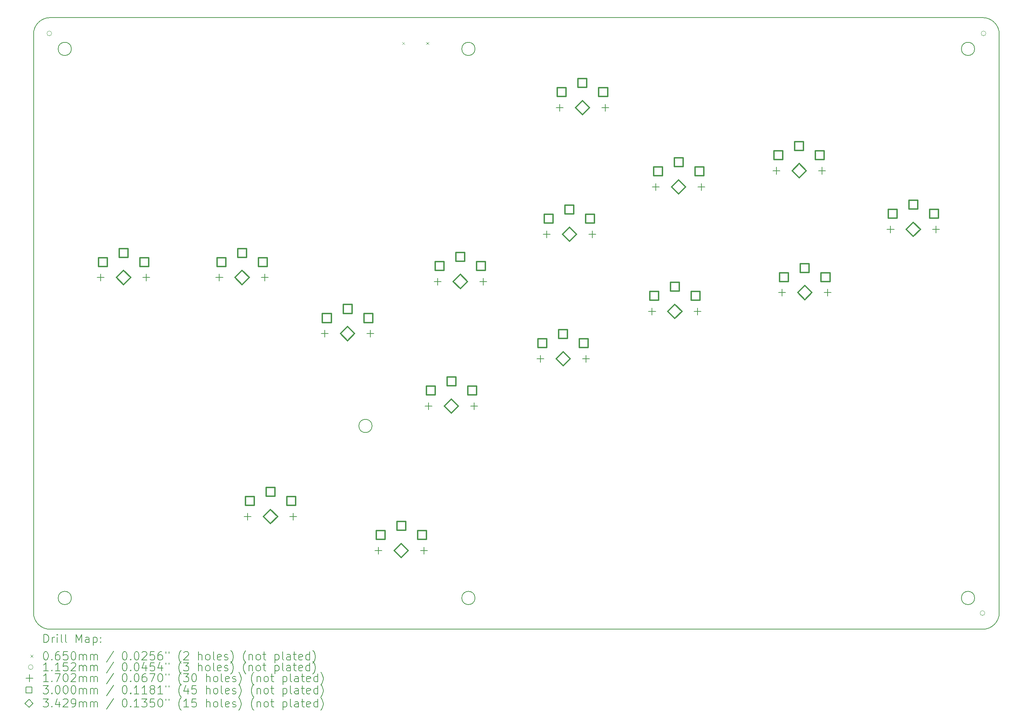
<source format=gbr>
%TF.GenerationSoftware,KiCad,Pcbnew,7.0.9*%
%TF.CreationDate,2023-12-23T20:10:08+09:00*%
%TF.ProjectId,ergoSHIFT-rev2-kicad,6572676f-5348-4494-9654-2d726576322d,rev?*%
%TF.SameCoordinates,Original*%
%TF.FileFunction,Drillmap*%
%TF.FilePolarity,Positive*%
%FSLAX45Y45*%
G04 Gerber Fmt 4.5, Leading zero omitted, Abs format (unit mm)*
G04 Created by KiCad (PCBNEW 7.0.9) date 2023-12-23 20:10:08*
%MOMM*%
%LPD*%
G01*
G04 APERTURE LIST*
%ADD10C,0.200000*%
%ADD11C,0.100000*%
%ADD12C,0.115200*%
%ADD13C,0.170180*%
%ADD14C,0.300000*%
%ADD15C,0.342900*%
G04 APERTURE END LIST*
D10*
X5400000Y-5000000D02*
G75*
G03*
X5000000Y-5400000I0J-400000D01*
G01*
X28317000Y-5400000D02*
X28317000Y-19367000D01*
X5000000Y-19367000D02*
G75*
G03*
X5400000Y-19767000I400000J0D01*
G01*
X13174000Y-14858000D02*
G75*
G03*
X13174000Y-14858000I-160000J0D01*
G01*
X5915000Y-5755000D02*
G75*
G03*
X5915000Y-5755000I-160000J0D01*
G01*
X15660000Y-19012000D02*
G75*
G03*
X15660000Y-19012000I-160000J0D01*
G01*
X28317000Y-5400000D02*
G75*
G03*
X27917000Y-5000000I-400000J0D01*
G01*
X27722000Y-5755000D02*
G75*
G03*
X27722000Y-5755000I-160000J0D01*
G01*
X27917000Y-19767000D02*
G75*
G03*
X28317000Y-19367000I0J400000D01*
G01*
X27722000Y-19012000D02*
G75*
G03*
X27722000Y-19012000I-160000J0D01*
G01*
X5400000Y-19767000D02*
X27917000Y-19767000D01*
X15660000Y-5755000D02*
G75*
G03*
X15660000Y-5755000I-160000J0D01*
G01*
X5000000Y-5400000D02*
X5000000Y-19367000D01*
X5400000Y-5000000D02*
X27917000Y-5000000D01*
X5915000Y-19012000D02*
G75*
G03*
X5915000Y-19012000I-160000J0D01*
G01*
D11*
X13898900Y-5586500D02*
X13963900Y-5651500D01*
X13963900Y-5586500D02*
X13898900Y-5651500D01*
X14476900Y-5586500D02*
X14541900Y-5651500D01*
X14541900Y-5586500D02*
X14476900Y-5651500D01*
D12*
X5438600Y-5381000D02*
G75*
G03*
X5438600Y-5381000I-57600J0D01*
G01*
X27968400Y-19376400D02*
G75*
G03*
X27968400Y-19376400I-57600J0D01*
G01*
X27993800Y-5381000D02*
G75*
G03*
X27993800Y-5381000I-57600J0D01*
G01*
D13*
X6625000Y-11189910D02*
X6625000Y-11360090D01*
X6539910Y-11275000D02*
X6710090Y-11275000D01*
X7725000Y-11189910D02*
X7725000Y-11360090D01*
X7639910Y-11275000D02*
X7810090Y-11275000D01*
X9487000Y-11189910D02*
X9487000Y-11360090D01*
X9401910Y-11275000D02*
X9572090Y-11275000D01*
X10172000Y-16961910D02*
X10172000Y-17132090D01*
X10086910Y-17047000D02*
X10257090Y-17047000D01*
X10587000Y-11189910D02*
X10587000Y-11360090D01*
X10501910Y-11275000D02*
X10672090Y-11275000D01*
X11272000Y-16961910D02*
X11272000Y-17132090D01*
X11186910Y-17047000D02*
X11357090Y-17047000D01*
X12032000Y-12543910D02*
X12032000Y-12714090D01*
X11946910Y-12629000D02*
X12117090Y-12629000D01*
X13132000Y-12543910D02*
X13132000Y-12714090D01*
X13046910Y-12629000D02*
X13217090Y-12629000D01*
X13329000Y-17781910D02*
X13329000Y-17952090D01*
X13243910Y-17867000D02*
X13414090Y-17867000D01*
X14429000Y-17781910D02*
X14429000Y-17952090D01*
X14343910Y-17867000D02*
X14514090Y-17867000D01*
X14539000Y-14295910D02*
X14539000Y-14466090D01*
X14453910Y-14381000D02*
X14624090Y-14381000D01*
X14755000Y-11284910D02*
X14755000Y-11455090D01*
X14669910Y-11370000D02*
X14840090Y-11370000D01*
X15639000Y-14295910D02*
X15639000Y-14466090D01*
X15553910Y-14381000D02*
X15724090Y-14381000D01*
X15855000Y-11284910D02*
X15855000Y-11455090D01*
X15769910Y-11370000D02*
X15940090Y-11370000D01*
X17237000Y-13151910D02*
X17237000Y-13322090D01*
X17151910Y-13237000D02*
X17322090Y-13237000D01*
X17390000Y-10143910D02*
X17390000Y-10314090D01*
X17304910Y-10229000D02*
X17475090Y-10229000D01*
X17704000Y-7089910D02*
X17704000Y-7260090D01*
X17618910Y-7175000D02*
X17789090Y-7175000D01*
X18337000Y-13151910D02*
X18337000Y-13322090D01*
X18251910Y-13237000D02*
X18422090Y-13237000D01*
X18490000Y-10143910D02*
X18490000Y-10314090D01*
X18404910Y-10229000D02*
X18575090Y-10229000D01*
X18804000Y-7089910D02*
X18804000Y-7260090D01*
X18718910Y-7175000D02*
X18889090Y-7175000D01*
X19935000Y-12007910D02*
X19935000Y-12178090D01*
X19849910Y-12093000D02*
X20020090Y-12093000D01*
X20025000Y-9002910D02*
X20025000Y-9173090D01*
X19939910Y-9088000D02*
X20110090Y-9088000D01*
X21035000Y-12007910D02*
X21035000Y-12178090D01*
X20949910Y-12093000D02*
X21120090Y-12093000D01*
X21125000Y-9002910D02*
X21125000Y-9173090D01*
X21039910Y-9088000D02*
X21210090Y-9088000D01*
X22935000Y-8608910D02*
X22935000Y-8779090D01*
X22849910Y-8694000D02*
X23020090Y-8694000D01*
X23072000Y-11553910D02*
X23072000Y-11724090D01*
X22986910Y-11639000D02*
X23157090Y-11639000D01*
X24035000Y-8608910D02*
X24035000Y-8779090D01*
X23949910Y-8694000D02*
X24120090Y-8694000D01*
X24172000Y-11553910D02*
X24172000Y-11724090D01*
X24086910Y-11639000D02*
X24257090Y-11639000D01*
X25692000Y-10025910D02*
X25692000Y-10196090D01*
X25606910Y-10111000D02*
X25777090Y-10111000D01*
X26792000Y-10025910D02*
X26792000Y-10196090D01*
X26706910Y-10111000D02*
X26877090Y-10111000D01*
D14*
X6781067Y-11006067D02*
X6781067Y-10793933D01*
X6568933Y-10793933D01*
X6568933Y-11006067D01*
X6781067Y-11006067D01*
X7281067Y-10786067D02*
X7281067Y-10573933D01*
X7068933Y-10573933D01*
X7068933Y-10786067D01*
X7281067Y-10786067D01*
X7781067Y-11006067D02*
X7781067Y-10793933D01*
X7568933Y-10793933D01*
X7568933Y-11006067D01*
X7781067Y-11006067D01*
X9643067Y-11006067D02*
X9643067Y-10793933D01*
X9430933Y-10793933D01*
X9430933Y-11006067D01*
X9643067Y-11006067D01*
X10143067Y-10786067D02*
X10143067Y-10573933D01*
X9930933Y-10573933D01*
X9930933Y-10786067D01*
X10143067Y-10786067D01*
X10328067Y-16778067D02*
X10328067Y-16565933D01*
X10115933Y-16565933D01*
X10115933Y-16778067D01*
X10328067Y-16778067D01*
X10643067Y-11006067D02*
X10643067Y-10793933D01*
X10430933Y-10793933D01*
X10430933Y-11006067D01*
X10643067Y-11006067D01*
X10828067Y-16558067D02*
X10828067Y-16345933D01*
X10615933Y-16345933D01*
X10615933Y-16558067D01*
X10828067Y-16558067D01*
X11328067Y-16778067D02*
X11328067Y-16565933D01*
X11115933Y-16565933D01*
X11115933Y-16778067D01*
X11328067Y-16778067D01*
X12188067Y-12360067D02*
X12188067Y-12147933D01*
X11975933Y-12147933D01*
X11975933Y-12360067D01*
X12188067Y-12360067D01*
X12688067Y-12140067D02*
X12688067Y-11927933D01*
X12475933Y-11927933D01*
X12475933Y-12140067D01*
X12688067Y-12140067D01*
X13188067Y-12360067D02*
X13188067Y-12147933D01*
X12975933Y-12147933D01*
X12975933Y-12360067D01*
X13188067Y-12360067D01*
X13485067Y-17598067D02*
X13485067Y-17385933D01*
X13272933Y-17385933D01*
X13272933Y-17598067D01*
X13485067Y-17598067D01*
X13985067Y-17378067D02*
X13985067Y-17165933D01*
X13772933Y-17165933D01*
X13772933Y-17378067D01*
X13985067Y-17378067D01*
X14485067Y-17598067D02*
X14485067Y-17385933D01*
X14272933Y-17385933D01*
X14272933Y-17598067D01*
X14485067Y-17598067D01*
X14695067Y-14112067D02*
X14695067Y-13899933D01*
X14482933Y-13899933D01*
X14482933Y-14112067D01*
X14695067Y-14112067D01*
X14911067Y-11101067D02*
X14911067Y-10888933D01*
X14698933Y-10888933D01*
X14698933Y-11101067D01*
X14911067Y-11101067D01*
X15195067Y-13892067D02*
X15195067Y-13679933D01*
X14982933Y-13679933D01*
X14982933Y-13892067D01*
X15195067Y-13892067D01*
X15411067Y-10881067D02*
X15411067Y-10668933D01*
X15198933Y-10668933D01*
X15198933Y-10881067D01*
X15411067Y-10881067D01*
X15695067Y-14112067D02*
X15695067Y-13899933D01*
X15482933Y-13899933D01*
X15482933Y-14112067D01*
X15695067Y-14112067D01*
X15911067Y-11101067D02*
X15911067Y-10888933D01*
X15698933Y-10888933D01*
X15698933Y-11101067D01*
X15911067Y-11101067D01*
X17393067Y-12968067D02*
X17393067Y-12755933D01*
X17180933Y-12755933D01*
X17180933Y-12968067D01*
X17393067Y-12968067D01*
X17546067Y-9960067D02*
X17546067Y-9747933D01*
X17333933Y-9747933D01*
X17333933Y-9960067D01*
X17546067Y-9960067D01*
X17860067Y-6906067D02*
X17860067Y-6693933D01*
X17647933Y-6693933D01*
X17647933Y-6906067D01*
X17860067Y-6906067D01*
X17893067Y-12748067D02*
X17893067Y-12535933D01*
X17680933Y-12535933D01*
X17680933Y-12748067D01*
X17893067Y-12748067D01*
X18046067Y-9740067D02*
X18046067Y-9527933D01*
X17833933Y-9527933D01*
X17833933Y-9740067D01*
X18046067Y-9740067D01*
X18360067Y-6686067D02*
X18360067Y-6473933D01*
X18147933Y-6473933D01*
X18147933Y-6686067D01*
X18360067Y-6686067D01*
X18393067Y-12968067D02*
X18393067Y-12755933D01*
X18180933Y-12755933D01*
X18180933Y-12968067D01*
X18393067Y-12968067D01*
X18546067Y-9960067D02*
X18546067Y-9747933D01*
X18333933Y-9747933D01*
X18333933Y-9960067D01*
X18546067Y-9960067D01*
X18860067Y-6906067D02*
X18860067Y-6693933D01*
X18647933Y-6693933D01*
X18647933Y-6906067D01*
X18860067Y-6906067D01*
X20091067Y-11824067D02*
X20091067Y-11611933D01*
X19878933Y-11611933D01*
X19878933Y-11824067D01*
X20091067Y-11824067D01*
X20181067Y-8819067D02*
X20181067Y-8606933D01*
X19968933Y-8606933D01*
X19968933Y-8819067D01*
X20181067Y-8819067D01*
X20591067Y-11604067D02*
X20591067Y-11391933D01*
X20378933Y-11391933D01*
X20378933Y-11604067D01*
X20591067Y-11604067D01*
X20681067Y-8599067D02*
X20681067Y-8386933D01*
X20468933Y-8386933D01*
X20468933Y-8599067D01*
X20681067Y-8599067D01*
X21091067Y-11824067D02*
X21091067Y-11611933D01*
X20878933Y-11611933D01*
X20878933Y-11824067D01*
X21091067Y-11824067D01*
X21181067Y-8819067D02*
X21181067Y-8606933D01*
X20968933Y-8606933D01*
X20968933Y-8819067D01*
X21181067Y-8819067D01*
X23091067Y-8425067D02*
X23091067Y-8212933D01*
X22878933Y-8212933D01*
X22878933Y-8425067D01*
X23091067Y-8425067D01*
X23228067Y-11370067D02*
X23228067Y-11157933D01*
X23015933Y-11157933D01*
X23015933Y-11370067D01*
X23228067Y-11370067D01*
X23591067Y-8205067D02*
X23591067Y-7992933D01*
X23378933Y-7992933D01*
X23378933Y-8205067D01*
X23591067Y-8205067D01*
X23728067Y-11150067D02*
X23728067Y-10937933D01*
X23515933Y-10937933D01*
X23515933Y-11150067D01*
X23728067Y-11150067D01*
X24091067Y-8425067D02*
X24091067Y-8212933D01*
X23878933Y-8212933D01*
X23878933Y-8425067D01*
X24091067Y-8425067D01*
X24228067Y-11370067D02*
X24228067Y-11157933D01*
X24015933Y-11157933D01*
X24015933Y-11370067D01*
X24228067Y-11370067D01*
X25848067Y-9842067D02*
X25848067Y-9629933D01*
X25635933Y-9629933D01*
X25635933Y-9842067D01*
X25848067Y-9842067D01*
X26348067Y-9622067D02*
X26348067Y-9409933D01*
X26135933Y-9409933D01*
X26135933Y-9622067D01*
X26348067Y-9622067D01*
X26848067Y-9842067D02*
X26848067Y-9629933D01*
X26635933Y-9629933D01*
X26635933Y-9842067D01*
X26848067Y-9842067D01*
D15*
X7175000Y-11446450D02*
X7346450Y-11275000D01*
X7175000Y-11103550D01*
X7003550Y-11275000D01*
X7175000Y-11446450D01*
X10037000Y-11446450D02*
X10208450Y-11275000D01*
X10037000Y-11103550D01*
X9865550Y-11275000D01*
X10037000Y-11446450D01*
X10722000Y-17218450D02*
X10893450Y-17047000D01*
X10722000Y-16875550D01*
X10550550Y-17047000D01*
X10722000Y-17218450D01*
X12582000Y-12800450D02*
X12753450Y-12629000D01*
X12582000Y-12457550D01*
X12410550Y-12629000D01*
X12582000Y-12800450D01*
X13879000Y-18038450D02*
X14050450Y-17867000D01*
X13879000Y-17695550D01*
X13707550Y-17867000D01*
X13879000Y-18038450D01*
X15089000Y-14552450D02*
X15260450Y-14381000D01*
X15089000Y-14209550D01*
X14917550Y-14381000D01*
X15089000Y-14552450D01*
X15305000Y-11541450D02*
X15476450Y-11370000D01*
X15305000Y-11198550D01*
X15133550Y-11370000D01*
X15305000Y-11541450D01*
X17787000Y-13408450D02*
X17958450Y-13237000D01*
X17787000Y-13065550D01*
X17615550Y-13237000D01*
X17787000Y-13408450D01*
X17940000Y-10400450D02*
X18111450Y-10229000D01*
X17940000Y-10057550D01*
X17768550Y-10229000D01*
X17940000Y-10400450D01*
X18254000Y-7346450D02*
X18425450Y-7175000D01*
X18254000Y-7003550D01*
X18082550Y-7175000D01*
X18254000Y-7346450D01*
X20485000Y-12264450D02*
X20656450Y-12093000D01*
X20485000Y-11921550D01*
X20313550Y-12093000D01*
X20485000Y-12264450D01*
X20575000Y-9259450D02*
X20746450Y-9088000D01*
X20575000Y-8916550D01*
X20403550Y-9088000D01*
X20575000Y-9259450D01*
X23485000Y-8865450D02*
X23656450Y-8694000D01*
X23485000Y-8522550D01*
X23313550Y-8694000D01*
X23485000Y-8865450D01*
X23622000Y-11810450D02*
X23793450Y-11639000D01*
X23622000Y-11467550D01*
X23450550Y-11639000D01*
X23622000Y-11810450D01*
X26242000Y-10282450D02*
X26413450Y-10111000D01*
X26242000Y-9939550D01*
X26070550Y-10111000D01*
X26242000Y-10282450D01*
D10*
X5250777Y-20088484D02*
X5250777Y-19888484D01*
X5250777Y-19888484D02*
X5298396Y-19888484D01*
X5298396Y-19888484D02*
X5326967Y-19898008D01*
X5326967Y-19898008D02*
X5346015Y-19917055D01*
X5346015Y-19917055D02*
X5355539Y-19936103D01*
X5355539Y-19936103D02*
X5365063Y-19974198D01*
X5365063Y-19974198D02*
X5365063Y-20002770D01*
X5365063Y-20002770D02*
X5355539Y-20040865D01*
X5355539Y-20040865D02*
X5346015Y-20059912D01*
X5346015Y-20059912D02*
X5326967Y-20078960D01*
X5326967Y-20078960D02*
X5298396Y-20088484D01*
X5298396Y-20088484D02*
X5250777Y-20088484D01*
X5450777Y-20088484D02*
X5450777Y-19955150D01*
X5450777Y-19993246D02*
X5460301Y-19974198D01*
X5460301Y-19974198D02*
X5469824Y-19964674D01*
X5469824Y-19964674D02*
X5488872Y-19955150D01*
X5488872Y-19955150D02*
X5507920Y-19955150D01*
X5574586Y-20088484D02*
X5574586Y-19955150D01*
X5574586Y-19888484D02*
X5565063Y-19898008D01*
X5565063Y-19898008D02*
X5574586Y-19907531D01*
X5574586Y-19907531D02*
X5584110Y-19898008D01*
X5584110Y-19898008D02*
X5574586Y-19888484D01*
X5574586Y-19888484D02*
X5574586Y-19907531D01*
X5698396Y-20088484D02*
X5679348Y-20078960D01*
X5679348Y-20078960D02*
X5669824Y-20059912D01*
X5669824Y-20059912D02*
X5669824Y-19888484D01*
X5803158Y-20088484D02*
X5784110Y-20078960D01*
X5784110Y-20078960D02*
X5774586Y-20059912D01*
X5774586Y-20059912D02*
X5774586Y-19888484D01*
X6031729Y-20088484D02*
X6031729Y-19888484D01*
X6031729Y-19888484D02*
X6098396Y-20031341D01*
X6098396Y-20031341D02*
X6165062Y-19888484D01*
X6165062Y-19888484D02*
X6165062Y-20088484D01*
X6346015Y-20088484D02*
X6346015Y-19983722D01*
X6346015Y-19983722D02*
X6336491Y-19964674D01*
X6336491Y-19964674D02*
X6317443Y-19955150D01*
X6317443Y-19955150D02*
X6279348Y-19955150D01*
X6279348Y-19955150D02*
X6260301Y-19964674D01*
X6346015Y-20078960D02*
X6326967Y-20088484D01*
X6326967Y-20088484D02*
X6279348Y-20088484D01*
X6279348Y-20088484D02*
X6260301Y-20078960D01*
X6260301Y-20078960D02*
X6250777Y-20059912D01*
X6250777Y-20059912D02*
X6250777Y-20040865D01*
X6250777Y-20040865D02*
X6260301Y-20021817D01*
X6260301Y-20021817D02*
X6279348Y-20012293D01*
X6279348Y-20012293D02*
X6326967Y-20012293D01*
X6326967Y-20012293D02*
X6346015Y-20002770D01*
X6441253Y-19955150D02*
X6441253Y-20155150D01*
X6441253Y-19964674D02*
X6460301Y-19955150D01*
X6460301Y-19955150D02*
X6498396Y-19955150D01*
X6498396Y-19955150D02*
X6517443Y-19964674D01*
X6517443Y-19964674D02*
X6526967Y-19974198D01*
X6526967Y-19974198D02*
X6536491Y-19993246D01*
X6536491Y-19993246D02*
X6536491Y-20050389D01*
X6536491Y-20050389D02*
X6526967Y-20069436D01*
X6526967Y-20069436D02*
X6517443Y-20078960D01*
X6517443Y-20078960D02*
X6498396Y-20088484D01*
X6498396Y-20088484D02*
X6460301Y-20088484D01*
X6460301Y-20088484D02*
X6441253Y-20078960D01*
X6622205Y-20069436D02*
X6631729Y-20078960D01*
X6631729Y-20078960D02*
X6622205Y-20088484D01*
X6622205Y-20088484D02*
X6612682Y-20078960D01*
X6612682Y-20078960D02*
X6622205Y-20069436D01*
X6622205Y-20069436D02*
X6622205Y-20088484D01*
X6622205Y-19964674D02*
X6631729Y-19974198D01*
X6631729Y-19974198D02*
X6622205Y-19983722D01*
X6622205Y-19983722D02*
X6612682Y-19974198D01*
X6612682Y-19974198D02*
X6622205Y-19964674D01*
X6622205Y-19964674D02*
X6622205Y-19983722D01*
D11*
X4925000Y-20384500D02*
X4990000Y-20449500D01*
X4990000Y-20384500D02*
X4925000Y-20449500D01*
D10*
X5288872Y-20308484D02*
X5307920Y-20308484D01*
X5307920Y-20308484D02*
X5326967Y-20318008D01*
X5326967Y-20318008D02*
X5336491Y-20327531D01*
X5336491Y-20327531D02*
X5346015Y-20346579D01*
X5346015Y-20346579D02*
X5355539Y-20384674D01*
X5355539Y-20384674D02*
X5355539Y-20432293D01*
X5355539Y-20432293D02*
X5346015Y-20470389D01*
X5346015Y-20470389D02*
X5336491Y-20489436D01*
X5336491Y-20489436D02*
X5326967Y-20498960D01*
X5326967Y-20498960D02*
X5307920Y-20508484D01*
X5307920Y-20508484D02*
X5288872Y-20508484D01*
X5288872Y-20508484D02*
X5269824Y-20498960D01*
X5269824Y-20498960D02*
X5260301Y-20489436D01*
X5260301Y-20489436D02*
X5250777Y-20470389D01*
X5250777Y-20470389D02*
X5241253Y-20432293D01*
X5241253Y-20432293D02*
X5241253Y-20384674D01*
X5241253Y-20384674D02*
X5250777Y-20346579D01*
X5250777Y-20346579D02*
X5260301Y-20327531D01*
X5260301Y-20327531D02*
X5269824Y-20318008D01*
X5269824Y-20318008D02*
X5288872Y-20308484D01*
X5441253Y-20489436D02*
X5450777Y-20498960D01*
X5450777Y-20498960D02*
X5441253Y-20508484D01*
X5441253Y-20508484D02*
X5431729Y-20498960D01*
X5431729Y-20498960D02*
X5441253Y-20489436D01*
X5441253Y-20489436D02*
X5441253Y-20508484D01*
X5622205Y-20308484D02*
X5584110Y-20308484D01*
X5584110Y-20308484D02*
X5565063Y-20318008D01*
X5565063Y-20318008D02*
X5555539Y-20327531D01*
X5555539Y-20327531D02*
X5536491Y-20356103D01*
X5536491Y-20356103D02*
X5526967Y-20394198D01*
X5526967Y-20394198D02*
X5526967Y-20470389D01*
X5526967Y-20470389D02*
X5536491Y-20489436D01*
X5536491Y-20489436D02*
X5546015Y-20498960D01*
X5546015Y-20498960D02*
X5565063Y-20508484D01*
X5565063Y-20508484D02*
X5603158Y-20508484D01*
X5603158Y-20508484D02*
X5622205Y-20498960D01*
X5622205Y-20498960D02*
X5631729Y-20489436D01*
X5631729Y-20489436D02*
X5641253Y-20470389D01*
X5641253Y-20470389D02*
X5641253Y-20422770D01*
X5641253Y-20422770D02*
X5631729Y-20403722D01*
X5631729Y-20403722D02*
X5622205Y-20394198D01*
X5622205Y-20394198D02*
X5603158Y-20384674D01*
X5603158Y-20384674D02*
X5565063Y-20384674D01*
X5565063Y-20384674D02*
X5546015Y-20394198D01*
X5546015Y-20394198D02*
X5536491Y-20403722D01*
X5536491Y-20403722D02*
X5526967Y-20422770D01*
X5822205Y-20308484D02*
X5726967Y-20308484D01*
X5726967Y-20308484D02*
X5717443Y-20403722D01*
X5717443Y-20403722D02*
X5726967Y-20394198D01*
X5726967Y-20394198D02*
X5746015Y-20384674D01*
X5746015Y-20384674D02*
X5793634Y-20384674D01*
X5793634Y-20384674D02*
X5812682Y-20394198D01*
X5812682Y-20394198D02*
X5822205Y-20403722D01*
X5822205Y-20403722D02*
X5831729Y-20422770D01*
X5831729Y-20422770D02*
X5831729Y-20470389D01*
X5831729Y-20470389D02*
X5822205Y-20489436D01*
X5822205Y-20489436D02*
X5812682Y-20498960D01*
X5812682Y-20498960D02*
X5793634Y-20508484D01*
X5793634Y-20508484D02*
X5746015Y-20508484D01*
X5746015Y-20508484D02*
X5726967Y-20498960D01*
X5726967Y-20498960D02*
X5717443Y-20489436D01*
X5955539Y-20308484D02*
X5974586Y-20308484D01*
X5974586Y-20308484D02*
X5993634Y-20318008D01*
X5993634Y-20318008D02*
X6003158Y-20327531D01*
X6003158Y-20327531D02*
X6012682Y-20346579D01*
X6012682Y-20346579D02*
X6022205Y-20384674D01*
X6022205Y-20384674D02*
X6022205Y-20432293D01*
X6022205Y-20432293D02*
X6012682Y-20470389D01*
X6012682Y-20470389D02*
X6003158Y-20489436D01*
X6003158Y-20489436D02*
X5993634Y-20498960D01*
X5993634Y-20498960D02*
X5974586Y-20508484D01*
X5974586Y-20508484D02*
X5955539Y-20508484D01*
X5955539Y-20508484D02*
X5936491Y-20498960D01*
X5936491Y-20498960D02*
X5926967Y-20489436D01*
X5926967Y-20489436D02*
X5917443Y-20470389D01*
X5917443Y-20470389D02*
X5907920Y-20432293D01*
X5907920Y-20432293D02*
X5907920Y-20384674D01*
X5907920Y-20384674D02*
X5917443Y-20346579D01*
X5917443Y-20346579D02*
X5926967Y-20327531D01*
X5926967Y-20327531D02*
X5936491Y-20318008D01*
X5936491Y-20318008D02*
X5955539Y-20308484D01*
X6107920Y-20508484D02*
X6107920Y-20375150D01*
X6107920Y-20394198D02*
X6117443Y-20384674D01*
X6117443Y-20384674D02*
X6136491Y-20375150D01*
X6136491Y-20375150D02*
X6165063Y-20375150D01*
X6165063Y-20375150D02*
X6184110Y-20384674D01*
X6184110Y-20384674D02*
X6193634Y-20403722D01*
X6193634Y-20403722D02*
X6193634Y-20508484D01*
X6193634Y-20403722D02*
X6203158Y-20384674D01*
X6203158Y-20384674D02*
X6222205Y-20375150D01*
X6222205Y-20375150D02*
X6250777Y-20375150D01*
X6250777Y-20375150D02*
X6269824Y-20384674D01*
X6269824Y-20384674D02*
X6279348Y-20403722D01*
X6279348Y-20403722D02*
X6279348Y-20508484D01*
X6374586Y-20508484D02*
X6374586Y-20375150D01*
X6374586Y-20394198D02*
X6384110Y-20384674D01*
X6384110Y-20384674D02*
X6403158Y-20375150D01*
X6403158Y-20375150D02*
X6431729Y-20375150D01*
X6431729Y-20375150D02*
X6450777Y-20384674D01*
X6450777Y-20384674D02*
X6460301Y-20403722D01*
X6460301Y-20403722D02*
X6460301Y-20508484D01*
X6460301Y-20403722D02*
X6469824Y-20384674D01*
X6469824Y-20384674D02*
X6488872Y-20375150D01*
X6488872Y-20375150D02*
X6517443Y-20375150D01*
X6517443Y-20375150D02*
X6536491Y-20384674D01*
X6536491Y-20384674D02*
X6546015Y-20403722D01*
X6546015Y-20403722D02*
X6546015Y-20508484D01*
X6936491Y-20298960D02*
X6765063Y-20556103D01*
X7193634Y-20308484D02*
X7212682Y-20308484D01*
X7212682Y-20308484D02*
X7231729Y-20318008D01*
X7231729Y-20318008D02*
X7241253Y-20327531D01*
X7241253Y-20327531D02*
X7250777Y-20346579D01*
X7250777Y-20346579D02*
X7260301Y-20384674D01*
X7260301Y-20384674D02*
X7260301Y-20432293D01*
X7260301Y-20432293D02*
X7250777Y-20470389D01*
X7250777Y-20470389D02*
X7241253Y-20489436D01*
X7241253Y-20489436D02*
X7231729Y-20498960D01*
X7231729Y-20498960D02*
X7212682Y-20508484D01*
X7212682Y-20508484D02*
X7193634Y-20508484D01*
X7193634Y-20508484D02*
X7174586Y-20498960D01*
X7174586Y-20498960D02*
X7165063Y-20489436D01*
X7165063Y-20489436D02*
X7155539Y-20470389D01*
X7155539Y-20470389D02*
X7146015Y-20432293D01*
X7146015Y-20432293D02*
X7146015Y-20384674D01*
X7146015Y-20384674D02*
X7155539Y-20346579D01*
X7155539Y-20346579D02*
X7165063Y-20327531D01*
X7165063Y-20327531D02*
X7174586Y-20318008D01*
X7174586Y-20318008D02*
X7193634Y-20308484D01*
X7346015Y-20489436D02*
X7355539Y-20498960D01*
X7355539Y-20498960D02*
X7346015Y-20508484D01*
X7346015Y-20508484D02*
X7336491Y-20498960D01*
X7336491Y-20498960D02*
X7346015Y-20489436D01*
X7346015Y-20489436D02*
X7346015Y-20508484D01*
X7479348Y-20308484D02*
X7498396Y-20308484D01*
X7498396Y-20308484D02*
X7517444Y-20318008D01*
X7517444Y-20318008D02*
X7526967Y-20327531D01*
X7526967Y-20327531D02*
X7536491Y-20346579D01*
X7536491Y-20346579D02*
X7546015Y-20384674D01*
X7546015Y-20384674D02*
X7546015Y-20432293D01*
X7546015Y-20432293D02*
X7536491Y-20470389D01*
X7536491Y-20470389D02*
X7526967Y-20489436D01*
X7526967Y-20489436D02*
X7517444Y-20498960D01*
X7517444Y-20498960D02*
X7498396Y-20508484D01*
X7498396Y-20508484D02*
X7479348Y-20508484D01*
X7479348Y-20508484D02*
X7460301Y-20498960D01*
X7460301Y-20498960D02*
X7450777Y-20489436D01*
X7450777Y-20489436D02*
X7441253Y-20470389D01*
X7441253Y-20470389D02*
X7431729Y-20432293D01*
X7431729Y-20432293D02*
X7431729Y-20384674D01*
X7431729Y-20384674D02*
X7441253Y-20346579D01*
X7441253Y-20346579D02*
X7450777Y-20327531D01*
X7450777Y-20327531D02*
X7460301Y-20318008D01*
X7460301Y-20318008D02*
X7479348Y-20308484D01*
X7622206Y-20327531D02*
X7631729Y-20318008D01*
X7631729Y-20318008D02*
X7650777Y-20308484D01*
X7650777Y-20308484D02*
X7698396Y-20308484D01*
X7698396Y-20308484D02*
X7717444Y-20318008D01*
X7717444Y-20318008D02*
X7726967Y-20327531D01*
X7726967Y-20327531D02*
X7736491Y-20346579D01*
X7736491Y-20346579D02*
X7736491Y-20365627D01*
X7736491Y-20365627D02*
X7726967Y-20394198D01*
X7726967Y-20394198D02*
X7612682Y-20508484D01*
X7612682Y-20508484D02*
X7736491Y-20508484D01*
X7917444Y-20308484D02*
X7822206Y-20308484D01*
X7822206Y-20308484D02*
X7812682Y-20403722D01*
X7812682Y-20403722D02*
X7822206Y-20394198D01*
X7822206Y-20394198D02*
X7841253Y-20384674D01*
X7841253Y-20384674D02*
X7888872Y-20384674D01*
X7888872Y-20384674D02*
X7907920Y-20394198D01*
X7907920Y-20394198D02*
X7917444Y-20403722D01*
X7917444Y-20403722D02*
X7926967Y-20422770D01*
X7926967Y-20422770D02*
X7926967Y-20470389D01*
X7926967Y-20470389D02*
X7917444Y-20489436D01*
X7917444Y-20489436D02*
X7907920Y-20498960D01*
X7907920Y-20498960D02*
X7888872Y-20508484D01*
X7888872Y-20508484D02*
X7841253Y-20508484D01*
X7841253Y-20508484D02*
X7822206Y-20498960D01*
X7822206Y-20498960D02*
X7812682Y-20489436D01*
X8098396Y-20308484D02*
X8060301Y-20308484D01*
X8060301Y-20308484D02*
X8041253Y-20318008D01*
X8041253Y-20318008D02*
X8031729Y-20327531D01*
X8031729Y-20327531D02*
X8012682Y-20356103D01*
X8012682Y-20356103D02*
X8003158Y-20394198D01*
X8003158Y-20394198D02*
X8003158Y-20470389D01*
X8003158Y-20470389D02*
X8012682Y-20489436D01*
X8012682Y-20489436D02*
X8022206Y-20498960D01*
X8022206Y-20498960D02*
X8041253Y-20508484D01*
X8041253Y-20508484D02*
X8079348Y-20508484D01*
X8079348Y-20508484D02*
X8098396Y-20498960D01*
X8098396Y-20498960D02*
X8107920Y-20489436D01*
X8107920Y-20489436D02*
X8117444Y-20470389D01*
X8117444Y-20470389D02*
X8117444Y-20422770D01*
X8117444Y-20422770D02*
X8107920Y-20403722D01*
X8107920Y-20403722D02*
X8098396Y-20394198D01*
X8098396Y-20394198D02*
X8079348Y-20384674D01*
X8079348Y-20384674D02*
X8041253Y-20384674D01*
X8041253Y-20384674D02*
X8022206Y-20394198D01*
X8022206Y-20394198D02*
X8012682Y-20403722D01*
X8012682Y-20403722D02*
X8003158Y-20422770D01*
X8193634Y-20308484D02*
X8193634Y-20346579D01*
X8269825Y-20308484D02*
X8269825Y-20346579D01*
X8565063Y-20584674D02*
X8555539Y-20575150D01*
X8555539Y-20575150D02*
X8536491Y-20546579D01*
X8536491Y-20546579D02*
X8526968Y-20527531D01*
X8526968Y-20527531D02*
X8517444Y-20498960D01*
X8517444Y-20498960D02*
X8507920Y-20451341D01*
X8507920Y-20451341D02*
X8507920Y-20413246D01*
X8507920Y-20413246D02*
X8517444Y-20365627D01*
X8517444Y-20365627D02*
X8526968Y-20337055D01*
X8526968Y-20337055D02*
X8536491Y-20318008D01*
X8536491Y-20318008D02*
X8555539Y-20289436D01*
X8555539Y-20289436D02*
X8565063Y-20279912D01*
X8631730Y-20327531D02*
X8641253Y-20318008D01*
X8641253Y-20318008D02*
X8660301Y-20308484D01*
X8660301Y-20308484D02*
X8707920Y-20308484D01*
X8707920Y-20308484D02*
X8726968Y-20318008D01*
X8726968Y-20318008D02*
X8736491Y-20327531D01*
X8736491Y-20327531D02*
X8746015Y-20346579D01*
X8746015Y-20346579D02*
X8746015Y-20365627D01*
X8746015Y-20365627D02*
X8736491Y-20394198D01*
X8736491Y-20394198D02*
X8622206Y-20508484D01*
X8622206Y-20508484D02*
X8746015Y-20508484D01*
X8984111Y-20508484D02*
X8984111Y-20308484D01*
X9069825Y-20508484D02*
X9069825Y-20403722D01*
X9069825Y-20403722D02*
X9060301Y-20384674D01*
X9060301Y-20384674D02*
X9041253Y-20375150D01*
X9041253Y-20375150D02*
X9012682Y-20375150D01*
X9012682Y-20375150D02*
X8993634Y-20384674D01*
X8993634Y-20384674D02*
X8984111Y-20394198D01*
X9193634Y-20508484D02*
X9174587Y-20498960D01*
X9174587Y-20498960D02*
X9165063Y-20489436D01*
X9165063Y-20489436D02*
X9155539Y-20470389D01*
X9155539Y-20470389D02*
X9155539Y-20413246D01*
X9155539Y-20413246D02*
X9165063Y-20394198D01*
X9165063Y-20394198D02*
X9174587Y-20384674D01*
X9174587Y-20384674D02*
X9193634Y-20375150D01*
X9193634Y-20375150D02*
X9222206Y-20375150D01*
X9222206Y-20375150D02*
X9241253Y-20384674D01*
X9241253Y-20384674D02*
X9250777Y-20394198D01*
X9250777Y-20394198D02*
X9260301Y-20413246D01*
X9260301Y-20413246D02*
X9260301Y-20470389D01*
X9260301Y-20470389D02*
X9250777Y-20489436D01*
X9250777Y-20489436D02*
X9241253Y-20498960D01*
X9241253Y-20498960D02*
X9222206Y-20508484D01*
X9222206Y-20508484D02*
X9193634Y-20508484D01*
X9374587Y-20508484D02*
X9355539Y-20498960D01*
X9355539Y-20498960D02*
X9346015Y-20479912D01*
X9346015Y-20479912D02*
X9346015Y-20308484D01*
X9526968Y-20498960D02*
X9507920Y-20508484D01*
X9507920Y-20508484D02*
X9469825Y-20508484D01*
X9469825Y-20508484D02*
X9450777Y-20498960D01*
X9450777Y-20498960D02*
X9441253Y-20479912D01*
X9441253Y-20479912D02*
X9441253Y-20403722D01*
X9441253Y-20403722D02*
X9450777Y-20384674D01*
X9450777Y-20384674D02*
X9469825Y-20375150D01*
X9469825Y-20375150D02*
X9507920Y-20375150D01*
X9507920Y-20375150D02*
X9526968Y-20384674D01*
X9526968Y-20384674D02*
X9536492Y-20403722D01*
X9536492Y-20403722D02*
X9536492Y-20422770D01*
X9536492Y-20422770D02*
X9441253Y-20441817D01*
X9612682Y-20498960D02*
X9631730Y-20508484D01*
X9631730Y-20508484D02*
X9669825Y-20508484D01*
X9669825Y-20508484D02*
X9688873Y-20498960D01*
X9688873Y-20498960D02*
X9698396Y-20479912D01*
X9698396Y-20479912D02*
X9698396Y-20470389D01*
X9698396Y-20470389D02*
X9688873Y-20451341D01*
X9688873Y-20451341D02*
X9669825Y-20441817D01*
X9669825Y-20441817D02*
X9641253Y-20441817D01*
X9641253Y-20441817D02*
X9622206Y-20432293D01*
X9622206Y-20432293D02*
X9612682Y-20413246D01*
X9612682Y-20413246D02*
X9612682Y-20403722D01*
X9612682Y-20403722D02*
X9622206Y-20384674D01*
X9622206Y-20384674D02*
X9641253Y-20375150D01*
X9641253Y-20375150D02*
X9669825Y-20375150D01*
X9669825Y-20375150D02*
X9688873Y-20384674D01*
X9765063Y-20584674D02*
X9774587Y-20575150D01*
X9774587Y-20575150D02*
X9793634Y-20546579D01*
X9793634Y-20546579D02*
X9803158Y-20527531D01*
X9803158Y-20527531D02*
X9812682Y-20498960D01*
X9812682Y-20498960D02*
X9822206Y-20451341D01*
X9822206Y-20451341D02*
X9822206Y-20413246D01*
X9822206Y-20413246D02*
X9812682Y-20365627D01*
X9812682Y-20365627D02*
X9803158Y-20337055D01*
X9803158Y-20337055D02*
X9793634Y-20318008D01*
X9793634Y-20318008D02*
X9774587Y-20289436D01*
X9774587Y-20289436D02*
X9765063Y-20279912D01*
X10126968Y-20584674D02*
X10117444Y-20575150D01*
X10117444Y-20575150D02*
X10098396Y-20546579D01*
X10098396Y-20546579D02*
X10088873Y-20527531D01*
X10088873Y-20527531D02*
X10079349Y-20498960D01*
X10079349Y-20498960D02*
X10069825Y-20451341D01*
X10069825Y-20451341D02*
X10069825Y-20413246D01*
X10069825Y-20413246D02*
X10079349Y-20365627D01*
X10079349Y-20365627D02*
X10088873Y-20337055D01*
X10088873Y-20337055D02*
X10098396Y-20318008D01*
X10098396Y-20318008D02*
X10117444Y-20289436D01*
X10117444Y-20289436D02*
X10126968Y-20279912D01*
X10203158Y-20375150D02*
X10203158Y-20508484D01*
X10203158Y-20394198D02*
X10212682Y-20384674D01*
X10212682Y-20384674D02*
X10231730Y-20375150D01*
X10231730Y-20375150D02*
X10260301Y-20375150D01*
X10260301Y-20375150D02*
X10279349Y-20384674D01*
X10279349Y-20384674D02*
X10288873Y-20403722D01*
X10288873Y-20403722D02*
X10288873Y-20508484D01*
X10412682Y-20508484D02*
X10393634Y-20498960D01*
X10393634Y-20498960D02*
X10384111Y-20489436D01*
X10384111Y-20489436D02*
X10374587Y-20470389D01*
X10374587Y-20470389D02*
X10374587Y-20413246D01*
X10374587Y-20413246D02*
X10384111Y-20394198D01*
X10384111Y-20394198D02*
X10393634Y-20384674D01*
X10393634Y-20384674D02*
X10412682Y-20375150D01*
X10412682Y-20375150D02*
X10441254Y-20375150D01*
X10441254Y-20375150D02*
X10460301Y-20384674D01*
X10460301Y-20384674D02*
X10469825Y-20394198D01*
X10469825Y-20394198D02*
X10479349Y-20413246D01*
X10479349Y-20413246D02*
X10479349Y-20470389D01*
X10479349Y-20470389D02*
X10469825Y-20489436D01*
X10469825Y-20489436D02*
X10460301Y-20498960D01*
X10460301Y-20498960D02*
X10441254Y-20508484D01*
X10441254Y-20508484D02*
X10412682Y-20508484D01*
X10536492Y-20375150D02*
X10612682Y-20375150D01*
X10565063Y-20308484D02*
X10565063Y-20479912D01*
X10565063Y-20479912D02*
X10574587Y-20498960D01*
X10574587Y-20498960D02*
X10593634Y-20508484D01*
X10593634Y-20508484D02*
X10612682Y-20508484D01*
X10831730Y-20375150D02*
X10831730Y-20575150D01*
X10831730Y-20384674D02*
X10850777Y-20375150D01*
X10850777Y-20375150D02*
X10888873Y-20375150D01*
X10888873Y-20375150D02*
X10907920Y-20384674D01*
X10907920Y-20384674D02*
X10917444Y-20394198D01*
X10917444Y-20394198D02*
X10926968Y-20413246D01*
X10926968Y-20413246D02*
X10926968Y-20470389D01*
X10926968Y-20470389D02*
X10917444Y-20489436D01*
X10917444Y-20489436D02*
X10907920Y-20498960D01*
X10907920Y-20498960D02*
X10888873Y-20508484D01*
X10888873Y-20508484D02*
X10850777Y-20508484D01*
X10850777Y-20508484D02*
X10831730Y-20498960D01*
X11041254Y-20508484D02*
X11022206Y-20498960D01*
X11022206Y-20498960D02*
X11012682Y-20479912D01*
X11012682Y-20479912D02*
X11012682Y-20308484D01*
X11203158Y-20508484D02*
X11203158Y-20403722D01*
X11203158Y-20403722D02*
X11193634Y-20384674D01*
X11193634Y-20384674D02*
X11174587Y-20375150D01*
X11174587Y-20375150D02*
X11136492Y-20375150D01*
X11136492Y-20375150D02*
X11117444Y-20384674D01*
X11203158Y-20498960D02*
X11184111Y-20508484D01*
X11184111Y-20508484D02*
X11136492Y-20508484D01*
X11136492Y-20508484D02*
X11117444Y-20498960D01*
X11117444Y-20498960D02*
X11107920Y-20479912D01*
X11107920Y-20479912D02*
X11107920Y-20460865D01*
X11107920Y-20460865D02*
X11117444Y-20441817D01*
X11117444Y-20441817D02*
X11136492Y-20432293D01*
X11136492Y-20432293D02*
X11184111Y-20432293D01*
X11184111Y-20432293D02*
X11203158Y-20422770D01*
X11269825Y-20375150D02*
X11346015Y-20375150D01*
X11298396Y-20308484D02*
X11298396Y-20479912D01*
X11298396Y-20479912D02*
X11307920Y-20498960D01*
X11307920Y-20498960D02*
X11326968Y-20508484D01*
X11326968Y-20508484D02*
X11346015Y-20508484D01*
X11488873Y-20498960D02*
X11469825Y-20508484D01*
X11469825Y-20508484D02*
X11431730Y-20508484D01*
X11431730Y-20508484D02*
X11412682Y-20498960D01*
X11412682Y-20498960D02*
X11403158Y-20479912D01*
X11403158Y-20479912D02*
X11403158Y-20403722D01*
X11403158Y-20403722D02*
X11412682Y-20384674D01*
X11412682Y-20384674D02*
X11431730Y-20375150D01*
X11431730Y-20375150D02*
X11469825Y-20375150D01*
X11469825Y-20375150D02*
X11488873Y-20384674D01*
X11488873Y-20384674D02*
X11498396Y-20403722D01*
X11498396Y-20403722D02*
X11498396Y-20422770D01*
X11498396Y-20422770D02*
X11403158Y-20441817D01*
X11669825Y-20508484D02*
X11669825Y-20308484D01*
X11669825Y-20498960D02*
X11650777Y-20508484D01*
X11650777Y-20508484D02*
X11612682Y-20508484D01*
X11612682Y-20508484D02*
X11593634Y-20498960D01*
X11593634Y-20498960D02*
X11584111Y-20489436D01*
X11584111Y-20489436D02*
X11574587Y-20470389D01*
X11574587Y-20470389D02*
X11574587Y-20413246D01*
X11574587Y-20413246D02*
X11584111Y-20394198D01*
X11584111Y-20394198D02*
X11593634Y-20384674D01*
X11593634Y-20384674D02*
X11612682Y-20375150D01*
X11612682Y-20375150D02*
X11650777Y-20375150D01*
X11650777Y-20375150D02*
X11669825Y-20384674D01*
X11746015Y-20584674D02*
X11755539Y-20575150D01*
X11755539Y-20575150D02*
X11774587Y-20546579D01*
X11774587Y-20546579D02*
X11784111Y-20527531D01*
X11784111Y-20527531D02*
X11793634Y-20498960D01*
X11793634Y-20498960D02*
X11803158Y-20451341D01*
X11803158Y-20451341D02*
X11803158Y-20413246D01*
X11803158Y-20413246D02*
X11793634Y-20365627D01*
X11793634Y-20365627D02*
X11784111Y-20337055D01*
X11784111Y-20337055D02*
X11774587Y-20318008D01*
X11774587Y-20318008D02*
X11755539Y-20289436D01*
X11755539Y-20289436D02*
X11746015Y-20279912D01*
D12*
X4990000Y-20681000D02*
G75*
G03*
X4990000Y-20681000I-57600J0D01*
G01*
D10*
X5355539Y-20772484D02*
X5241253Y-20772484D01*
X5298396Y-20772484D02*
X5298396Y-20572484D01*
X5298396Y-20572484D02*
X5279348Y-20601055D01*
X5279348Y-20601055D02*
X5260301Y-20620103D01*
X5260301Y-20620103D02*
X5241253Y-20629627D01*
X5441253Y-20753436D02*
X5450777Y-20762960D01*
X5450777Y-20762960D02*
X5441253Y-20772484D01*
X5441253Y-20772484D02*
X5431729Y-20762960D01*
X5431729Y-20762960D02*
X5441253Y-20753436D01*
X5441253Y-20753436D02*
X5441253Y-20772484D01*
X5641253Y-20772484D02*
X5526967Y-20772484D01*
X5584110Y-20772484D02*
X5584110Y-20572484D01*
X5584110Y-20572484D02*
X5565063Y-20601055D01*
X5565063Y-20601055D02*
X5546015Y-20620103D01*
X5546015Y-20620103D02*
X5526967Y-20629627D01*
X5822205Y-20572484D02*
X5726967Y-20572484D01*
X5726967Y-20572484D02*
X5717443Y-20667722D01*
X5717443Y-20667722D02*
X5726967Y-20658198D01*
X5726967Y-20658198D02*
X5746015Y-20648674D01*
X5746015Y-20648674D02*
X5793634Y-20648674D01*
X5793634Y-20648674D02*
X5812682Y-20658198D01*
X5812682Y-20658198D02*
X5822205Y-20667722D01*
X5822205Y-20667722D02*
X5831729Y-20686770D01*
X5831729Y-20686770D02*
X5831729Y-20734389D01*
X5831729Y-20734389D02*
X5822205Y-20753436D01*
X5822205Y-20753436D02*
X5812682Y-20762960D01*
X5812682Y-20762960D02*
X5793634Y-20772484D01*
X5793634Y-20772484D02*
X5746015Y-20772484D01*
X5746015Y-20772484D02*
X5726967Y-20762960D01*
X5726967Y-20762960D02*
X5717443Y-20753436D01*
X5907920Y-20591531D02*
X5917443Y-20582008D01*
X5917443Y-20582008D02*
X5936491Y-20572484D01*
X5936491Y-20572484D02*
X5984110Y-20572484D01*
X5984110Y-20572484D02*
X6003158Y-20582008D01*
X6003158Y-20582008D02*
X6012682Y-20591531D01*
X6012682Y-20591531D02*
X6022205Y-20610579D01*
X6022205Y-20610579D02*
X6022205Y-20629627D01*
X6022205Y-20629627D02*
X6012682Y-20658198D01*
X6012682Y-20658198D02*
X5898396Y-20772484D01*
X5898396Y-20772484D02*
X6022205Y-20772484D01*
X6107920Y-20772484D02*
X6107920Y-20639150D01*
X6107920Y-20658198D02*
X6117443Y-20648674D01*
X6117443Y-20648674D02*
X6136491Y-20639150D01*
X6136491Y-20639150D02*
X6165063Y-20639150D01*
X6165063Y-20639150D02*
X6184110Y-20648674D01*
X6184110Y-20648674D02*
X6193634Y-20667722D01*
X6193634Y-20667722D02*
X6193634Y-20772484D01*
X6193634Y-20667722D02*
X6203158Y-20648674D01*
X6203158Y-20648674D02*
X6222205Y-20639150D01*
X6222205Y-20639150D02*
X6250777Y-20639150D01*
X6250777Y-20639150D02*
X6269824Y-20648674D01*
X6269824Y-20648674D02*
X6279348Y-20667722D01*
X6279348Y-20667722D02*
X6279348Y-20772484D01*
X6374586Y-20772484D02*
X6374586Y-20639150D01*
X6374586Y-20658198D02*
X6384110Y-20648674D01*
X6384110Y-20648674D02*
X6403158Y-20639150D01*
X6403158Y-20639150D02*
X6431729Y-20639150D01*
X6431729Y-20639150D02*
X6450777Y-20648674D01*
X6450777Y-20648674D02*
X6460301Y-20667722D01*
X6460301Y-20667722D02*
X6460301Y-20772484D01*
X6460301Y-20667722D02*
X6469824Y-20648674D01*
X6469824Y-20648674D02*
X6488872Y-20639150D01*
X6488872Y-20639150D02*
X6517443Y-20639150D01*
X6517443Y-20639150D02*
X6536491Y-20648674D01*
X6536491Y-20648674D02*
X6546015Y-20667722D01*
X6546015Y-20667722D02*
X6546015Y-20772484D01*
X6936491Y-20562960D02*
X6765063Y-20820103D01*
X7193634Y-20572484D02*
X7212682Y-20572484D01*
X7212682Y-20572484D02*
X7231729Y-20582008D01*
X7231729Y-20582008D02*
X7241253Y-20591531D01*
X7241253Y-20591531D02*
X7250777Y-20610579D01*
X7250777Y-20610579D02*
X7260301Y-20648674D01*
X7260301Y-20648674D02*
X7260301Y-20696293D01*
X7260301Y-20696293D02*
X7250777Y-20734389D01*
X7250777Y-20734389D02*
X7241253Y-20753436D01*
X7241253Y-20753436D02*
X7231729Y-20762960D01*
X7231729Y-20762960D02*
X7212682Y-20772484D01*
X7212682Y-20772484D02*
X7193634Y-20772484D01*
X7193634Y-20772484D02*
X7174586Y-20762960D01*
X7174586Y-20762960D02*
X7165063Y-20753436D01*
X7165063Y-20753436D02*
X7155539Y-20734389D01*
X7155539Y-20734389D02*
X7146015Y-20696293D01*
X7146015Y-20696293D02*
X7146015Y-20648674D01*
X7146015Y-20648674D02*
X7155539Y-20610579D01*
X7155539Y-20610579D02*
X7165063Y-20591531D01*
X7165063Y-20591531D02*
X7174586Y-20582008D01*
X7174586Y-20582008D02*
X7193634Y-20572484D01*
X7346015Y-20753436D02*
X7355539Y-20762960D01*
X7355539Y-20762960D02*
X7346015Y-20772484D01*
X7346015Y-20772484D02*
X7336491Y-20762960D01*
X7336491Y-20762960D02*
X7346015Y-20753436D01*
X7346015Y-20753436D02*
X7346015Y-20772484D01*
X7479348Y-20572484D02*
X7498396Y-20572484D01*
X7498396Y-20572484D02*
X7517444Y-20582008D01*
X7517444Y-20582008D02*
X7526967Y-20591531D01*
X7526967Y-20591531D02*
X7536491Y-20610579D01*
X7536491Y-20610579D02*
X7546015Y-20648674D01*
X7546015Y-20648674D02*
X7546015Y-20696293D01*
X7546015Y-20696293D02*
X7536491Y-20734389D01*
X7536491Y-20734389D02*
X7526967Y-20753436D01*
X7526967Y-20753436D02*
X7517444Y-20762960D01*
X7517444Y-20762960D02*
X7498396Y-20772484D01*
X7498396Y-20772484D02*
X7479348Y-20772484D01*
X7479348Y-20772484D02*
X7460301Y-20762960D01*
X7460301Y-20762960D02*
X7450777Y-20753436D01*
X7450777Y-20753436D02*
X7441253Y-20734389D01*
X7441253Y-20734389D02*
X7431729Y-20696293D01*
X7431729Y-20696293D02*
X7431729Y-20648674D01*
X7431729Y-20648674D02*
X7441253Y-20610579D01*
X7441253Y-20610579D02*
X7450777Y-20591531D01*
X7450777Y-20591531D02*
X7460301Y-20582008D01*
X7460301Y-20582008D02*
X7479348Y-20572484D01*
X7717444Y-20639150D02*
X7717444Y-20772484D01*
X7669825Y-20562960D02*
X7622206Y-20705817D01*
X7622206Y-20705817D02*
X7746015Y-20705817D01*
X7917444Y-20572484D02*
X7822206Y-20572484D01*
X7822206Y-20572484D02*
X7812682Y-20667722D01*
X7812682Y-20667722D02*
X7822206Y-20658198D01*
X7822206Y-20658198D02*
X7841253Y-20648674D01*
X7841253Y-20648674D02*
X7888872Y-20648674D01*
X7888872Y-20648674D02*
X7907920Y-20658198D01*
X7907920Y-20658198D02*
X7917444Y-20667722D01*
X7917444Y-20667722D02*
X7926967Y-20686770D01*
X7926967Y-20686770D02*
X7926967Y-20734389D01*
X7926967Y-20734389D02*
X7917444Y-20753436D01*
X7917444Y-20753436D02*
X7907920Y-20762960D01*
X7907920Y-20762960D02*
X7888872Y-20772484D01*
X7888872Y-20772484D02*
X7841253Y-20772484D01*
X7841253Y-20772484D02*
X7822206Y-20762960D01*
X7822206Y-20762960D02*
X7812682Y-20753436D01*
X8098396Y-20639150D02*
X8098396Y-20772484D01*
X8050777Y-20562960D02*
X8003158Y-20705817D01*
X8003158Y-20705817D02*
X8126967Y-20705817D01*
X8193634Y-20572484D02*
X8193634Y-20610579D01*
X8269825Y-20572484D02*
X8269825Y-20610579D01*
X8565063Y-20848674D02*
X8555539Y-20839150D01*
X8555539Y-20839150D02*
X8536491Y-20810579D01*
X8536491Y-20810579D02*
X8526968Y-20791531D01*
X8526968Y-20791531D02*
X8517444Y-20762960D01*
X8517444Y-20762960D02*
X8507920Y-20715341D01*
X8507920Y-20715341D02*
X8507920Y-20677246D01*
X8507920Y-20677246D02*
X8517444Y-20629627D01*
X8517444Y-20629627D02*
X8526968Y-20601055D01*
X8526968Y-20601055D02*
X8536491Y-20582008D01*
X8536491Y-20582008D02*
X8555539Y-20553436D01*
X8555539Y-20553436D02*
X8565063Y-20543912D01*
X8622206Y-20572484D02*
X8746015Y-20572484D01*
X8746015Y-20572484D02*
X8679349Y-20648674D01*
X8679349Y-20648674D02*
X8707920Y-20648674D01*
X8707920Y-20648674D02*
X8726968Y-20658198D01*
X8726968Y-20658198D02*
X8736491Y-20667722D01*
X8736491Y-20667722D02*
X8746015Y-20686770D01*
X8746015Y-20686770D02*
X8746015Y-20734389D01*
X8746015Y-20734389D02*
X8736491Y-20753436D01*
X8736491Y-20753436D02*
X8726968Y-20762960D01*
X8726968Y-20762960D02*
X8707920Y-20772484D01*
X8707920Y-20772484D02*
X8650777Y-20772484D01*
X8650777Y-20772484D02*
X8631730Y-20762960D01*
X8631730Y-20762960D02*
X8622206Y-20753436D01*
X8984111Y-20772484D02*
X8984111Y-20572484D01*
X9069825Y-20772484D02*
X9069825Y-20667722D01*
X9069825Y-20667722D02*
X9060301Y-20648674D01*
X9060301Y-20648674D02*
X9041253Y-20639150D01*
X9041253Y-20639150D02*
X9012682Y-20639150D01*
X9012682Y-20639150D02*
X8993634Y-20648674D01*
X8993634Y-20648674D02*
X8984111Y-20658198D01*
X9193634Y-20772484D02*
X9174587Y-20762960D01*
X9174587Y-20762960D02*
X9165063Y-20753436D01*
X9165063Y-20753436D02*
X9155539Y-20734389D01*
X9155539Y-20734389D02*
X9155539Y-20677246D01*
X9155539Y-20677246D02*
X9165063Y-20658198D01*
X9165063Y-20658198D02*
X9174587Y-20648674D01*
X9174587Y-20648674D02*
X9193634Y-20639150D01*
X9193634Y-20639150D02*
X9222206Y-20639150D01*
X9222206Y-20639150D02*
X9241253Y-20648674D01*
X9241253Y-20648674D02*
X9250777Y-20658198D01*
X9250777Y-20658198D02*
X9260301Y-20677246D01*
X9260301Y-20677246D02*
X9260301Y-20734389D01*
X9260301Y-20734389D02*
X9250777Y-20753436D01*
X9250777Y-20753436D02*
X9241253Y-20762960D01*
X9241253Y-20762960D02*
X9222206Y-20772484D01*
X9222206Y-20772484D02*
X9193634Y-20772484D01*
X9374587Y-20772484D02*
X9355539Y-20762960D01*
X9355539Y-20762960D02*
X9346015Y-20743912D01*
X9346015Y-20743912D02*
X9346015Y-20572484D01*
X9526968Y-20762960D02*
X9507920Y-20772484D01*
X9507920Y-20772484D02*
X9469825Y-20772484D01*
X9469825Y-20772484D02*
X9450777Y-20762960D01*
X9450777Y-20762960D02*
X9441253Y-20743912D01*
X9441253Y-20743912D02*
X9441253Y-20667722D01*
X9441253Y-20667722D02*
X9450777Y-20648674D01*
X9450777Y-20648674D02*
X9469825Y-20639150D01*
X9469825Y-20639150D02*
X9507920Y-20639150D01*
X9507920Y-20639150D02*
X9526968Y-20648674D01*
X9526968Y-20648674D02*
X9536492Y-20667722D01*
X9536492Y-20667722D02*
X9536492Y-20686770D01*
X9536492Y-20686770D02*
X9441253Y-20705817D01*
X9612682Y-20762960D02*
X9631730Y-20772484D01*
X9631730Y-20772484D02*
X9669825Y-20772484D01*
X9669825Y-20772484D02*
X9688873Y-20762960D01*
X9688873Y-20762960D02*
X9698396Y-20743912D01*
X9698396Y-20743912D02*
X9698396Y-20734389D01*
X9698396Y-20734389D02*
X9688873Y-20715341D01*
X9688873Y-20715341D02*
X9669825Y-20705817D01*
X9669825Y-20705817D02*
X9641253Y-20705817D01*
X9641253Y-20705817D02*
X9622206Y-20696293D01*
X9622206Y-20696293D02*
X9612682Y-20677246D01*
X9612682Y-20677246D02*
X9612682Y-20667722D01*
X9612682Y-20667722D02*
X9622206Y-20648674D01*
X9622206Y-20648674D02*
X9641253Y-20639150D01*
X9641253Y-20639150D02*
X9669825Y-20639150D01*
X9669825Y-20639150D02*
X9688873Y-20648674D01*
X9765063Y-20848674D02*
X9774587Y-20839150D01*
X9774587Y-20839150D02*
X9793634Y-20810579D01*
X9793634Y-20810579D02*
X9803158Y-20791531D01*
X9803158Y-20791531D02*
X9812682Y-20762960D01*
X9812682Y-20762960D02*
X9822206Y-20715341D01*
X9822206Y-20715341D02*
X9822206Y-20677246D01*
X9822206Y-20677246D02*
X9812682Y-20629627D01*
X9812682Y-20629627D02*
X9803158Y-20601055D01*
X9803158Y-20601055D02*
X9793634Y-20582008D01*
X9793634Y-20582008D02*
X9774587Y-20553436D01*
X9774587Y-20553436D02*
X9765063Y-20543912D01*
X10126968Y-20848674D02*
X10117444Y-20839150D01*
X10117444Y-20839150D02*
X10098396Y-20810579D01*
X10098396Y-20810579D02*
X10088873Y-20791531D01*
X10088873Y-20791531D02*
X10079349Y-20762960D01*
X10079349Y-20762960D02*
X10069825Y-20715341D01*
X10069825Y-20715341D02*
X10069825Y-20677246D01*
X10069825Y-20677246D02*
X10079349Y-20629627D01*
X10079349Y-20629627D02*
X10088873Y-20601055D01*
X10088873Y-20601055D02*
X10098396Y-20582008D01*
X10098396Y-20582008D02*
X10117444Y-20553436D01*
X10117444Y-20553436D02*
X10126968Y-20543912D01*
X10203158Y-20639150D02*
X10203158Y-20772484D01*
X10203158Y-20658198D02*
X10212682Y-20648674D01*
X10212682Y-20648674D02*
X10231730Y-20639150D01*
X10231730Y-20639150D02*
X10260301Y-20639150D01*
X10260301Y-20639150D02*
X10279349Y-20648674D01*
X10279349Y-20648674D02*
X10288873Y-20667722D01*
X10288873Y-20667722D02*
X10288873Y-20772484D01*
X10412682Y-20772484D02*
X10393634Y-20762960D01*
X10393634Y-20762960D02*
X10384111Y-20753436D01*
X10384111Y-20753436D02*
X10374587Y-20734389D01*
X10374587Y-20734389D02*
X10374587Y-20677246D01*
X10374587Y-20677246D02*
X10384111Y-20658198D01*
X10384111Y-20658198D02*
X10393634Y-20648674D01*
X10393634Y-20648674D02*
X10412682Y-20639150D01*
X10412682Y-20639150D02*
X10441254Y-20639150D01*
X10441254Y-20639150D02*
X10460301Y-20648674D01*
X10460301Y-20648674D02*
X10469825Y-20658198D01*
X10469825Y-20658198D02*
X10479349Y-20677246D01*
X10479349Y-20677246D02*
X10479349Y-20734389D01*
X10479349Y-20734389D02*
X10469825Y-20753436D01*
X10469825Y-20753436D02*
X10460301Y-20762960D01*
X10460301Y-20762960D02*
X10441254Y-20772484D01*
X10441254Y-20772484D02*
X10412682Y-20772484D01*
X10536492Y-20639150D02*
X10612682Y-20639150D01*
X10565063Y-20572484D02*
X10565063Y-20743912D01*
X10565063Y-20743912D02*
X10574587Y-20762960D01*
X10574587Y-20762960D02*
X10593634Y-20772484D01*
X10593634Y-20772484D02*
X10612682Y-20772484D01*
X10831730Y-20639150D02*
X10831730Y-20839150D01*
X10831730Y-20648674D02*
X10850777Y-20639150D01*
X10850777Y-20639150D02*
X10888873Y-20639150D01*
X10888873Y-20639150D02*
X10907920Y-20648674D01*
X10907920Y-20648674D02*
X10917444Y-20658198D01*
X10917444Y-20658198D02*
X10926968Y-20677246D01*
X10926968Y-20677246D02*
X10926968Y-20734389D01*
X10926968Y-20734389D02*
X10917444Y-20753436D01*
X10917444Y-20753436D02*
X10907920Y-20762960D01*
X10907920Y-20762960D02*
X10888873Y-20772484D01*
X10888873Y-20772484D02*
X10850777Y-20772484D01*
X10850777Y-20772484D02*
X10831730Y-20762960D01*
X11041254Y-20772484D02*
X11022206Y-20762960D01*
X11022206Y-20762960D02*
X11012682Y-20743912D01*
X11012682Y-20743912D02*
X11012682Y-20572484D01*
X11203158Y-20772484D02*
X11203158Y-20667722D01*
X11203158Y-20667722D02*
X11193634Y-20648674D01*
X11193634Y-20648674D02*
X11174587Y-20639150D01*
X11174587Y-20639150D02*
X11136492Y-20639150D01*
X11136492Y-20639150D02*
X11117444Y-20648674D01*
X11203158Y-20762960D02*
X11184111Y-20772484D01*
X11184111Y-20772484D02*
X11136492Y-20772484D01*
X11136492Y-20772484D02*
X11117444Y-20762960D01*
X11117444Y-20762960D02*
X11107920Y-20743912D01*
X11107920Y-20743912D02*
X11107920Y-20724865D01*
X11107920Y-20724865D02*
X11117444Y-20705817D01*
X11117444Y-20705817D02*
X11136492Y-20696293D01*
X11136492Y-20696293D02*
X11184111Y-20696293D01*
X11184111Y-20696293D02*
X11203158Y-20686770D01*
X11269825Y-20639150D02*
X11346015Y-20639150D01*
X11298396Y-20572484D02*
X11298396Y-20743912D01*
X11298396Y-20743912D02*
X11307920Y-20762960D01*
X11307920Y-20762960D02*
X11326968Y-20772484D01*
X11326968Y-20772484D02*
X11346015Y-20772484D01*
X11488873Y-20762960D02*
X11469825Y-20772484D01*
X11469825Y-20772484D02*
X11431730Y-20772484D01*
X11431730Y-20772484D02*
X11412682Y-20762960D01*
X11412682Y-20762960D02*
X11403158Y-20743912D01*
X11403158Y-20743912D02*
X11403158Y-20667722D01*
X11403158Y-20667722D02*
X11412682Y-20648674D01*
X11412682Y-20648674D02*
X11431730Y-20639150D01*
X11431730Y-20639150D02*
X11469825Y-20639150D01*
X11469825Y-20639150D02*
X11488873Y-20648674D01*
X11488873Y-20648674D02*
X11498396Y-20667722D01*
X11498396Y-20667722D02*
X11498396Y-20686770D01*
X11498396Y-20686770D02*
X11403158Y-20705817D01*
X11669825Y-20772484D02*
X11669825Y-20572484D01*
X11669825Y-20762960D02*
X11650777Y-20772484D01*
X11650777Y-20772484D02*
X11612682Y-20772484D01*
X11612682Y-20772484D02*
X11593634Y-20762960D01*
X11593634Y-20762960D02*
X11584111Y-20753436D01*
X11584111Y-20753436D02*
X11574587Y-20734389D01*
X11574587Y-20734389D02*
X11574587Y-20677246D01*
X11574587Y-20677246D02*
X11584111Y-20658198D01*
X11584111Y-20658198D02*
X11593634Y-20648674D01*
X11593634Y-20648674D02*
X11612682Y-20639150D01*
X11612682Y-20639150D02*
X11650777Y-20639150D01*
X11650777Y-20639150D02*
X11669825Y-20648674D01*
X11746015Y-20848674D02*
X11755539Y-20839150D01*
X11755539Y-20839150D02*
X11774587Y-20810579D01*
X11774587Y-20810579D02*
X11784111Y-20791531D01*
X11784111Y-20791531D02*
X11793634Y-20762960D01*
X11793634Y-20762960D02*
X11803158Y-20715341D01*
X11803158Y-20715341D02*
X11803158Y-20677246D01*
X11803158Y-20677246D02*
X11793634Y-20629627D01*
X11793634Y-20629627D02*
X11784111Y-20601055D01*
X11784111Y-20601055D02*
X11774587Y-20582008D01*
X11774587Y-20582008D02*
X11755539Y-20553436D01*
X11755539Y-20553436D02*
X11746015Y-20543912D01*
D13*
X4904910Y-20859910D02*
X4904910Y-21030090D01*
X4819820Y-20945000D02*
X4990000Y-20945000D01*
D10*
X5355539Y-21036484D02*
X5241253Y-21036484D01*
X5298396Y-21036484D02*
X5298396Y-20836484D01*
X5298396Y-20836484D02*
X5279348Y-20865055D01*
X5279348Y-20865055D02*
X5260301Y-20884103D01*
X5260301Y-20884103D02*
X5241253Y-20893627D01*
X5441253Y-21017436D02*
X5450777Y-21026960D01*
X5450777Y-21026960D02*
X5441253Y-21036484D01*
X5441253Y-21036484D02*
X5431729Y-21026960D01*
X5431729Y-21026960D02*
X5441253Y-21017436D01*
X5441253Y-21017436D02*
X5441253Y-21036484D01*
X5517444Y-20836484D02*
X5650777Y-20836484D01*
X5650777Y-20836484D02*
X5565063Y-21036484D01*
X5765062Y-20836484D02*
X5784110Y-20836484D01*
X5784110Y-20836484D02*
X5803158Y-20846008D01*
X5803158Y-20846008D02*
X5812682Y-20855531D01*
X5812682Y-20855531D02*
X5822205Y-20874579D01*
X5822205Y-20874579D02*
X5831729Y-20912674D01*
X5831729Y-20912674D02*
X5831729Y-20960293D01*
X5831729Y-20960293D02*
X5822205Y-20998389D01*
X5822205Y-20998389D02*
X5812682Y-21017436D01*
X5812682Y-21017436D02*
X5803158Y-21026960D01*
X5803158Y-21026960D02*
X5784110Y-21036484D01*
X5784110Y-21036484D02*
X5765062Y-21036484D01*
X5765062Y-21036484D02*
X5746015Y-21026960D01*
X5746015Y-21026960D02*
X5736491Y-21017436D01*
X5736491Y-21017436D02*
X5726967Y-20998389D01*
X5726967Y-20998389D02*
X5717443Y-20960293D01*
X5717443Y-20960293D02*
X5717443Y-20912674D01*
X5717443Y-20912674D02*
X5726967Y-20874579D01*
X5726967Y-20874579D02*
X5736491Y-20855531D01*
X5736491Y-20855531D02*
X5746015Y-20846008D01*
X5746015Y-20846008D02*
X5765062Y-20836484D01*
X5907920Y-20855531D02*
X5917443Y-20846008D01*
X5917443Y-20846008D02*
X5936491Y-20836484D01*
X5936491Y-20836484D02*
X5984110Y-20836484D01*
X5984110Y-20836484D02*
X6003158Y-20846008D01*
X6003158Y-20846008D02*
X6012682Y-20855531D01*
X6012682Y-20855531D02*
X6022205Y-20874579D01*
X6022205Y-20874579D02*
X6022205Y-20893627D01*
X6022205Y-20893627D02*
X6012682Y-20922198D01*
X6012682Y-20922198D02*
X5898396Y-21036484D01*
X5898396Y-21036484D02*
X6022205Y-21036484D01*
X6107920Y-21036484D02*
X6107920Y-20903150D01*
X6107920Y-20922198D02*
X6117443Y-20912674D01*
X6117443Y-20912674D02*
X6136491Y-20903150D01*
X6136491Y-20903150D02*
X6165063Y-20903150D01*
X6165063Y-20903150D02*
X6184110Y-20912674D01*
X6184110Y-20912674D02*
X6193634Y-20931722D01*
X6193634Y-20931722D02*
X6193634Y-21036484D01*
X6193634Y-20931722D02*
X6203158Y-20912674D01*
X6203158Y-20912674D02*
X6222205Y-20903150D01*
X6222205Y-20903150D02*
X6250777Y-20903150D01*
X6250777Y-20903150D02*
X6269824Y-20912674D01*
X6269824Y-20912674D02*
X6279348Y-20931722D01*
X6279348Y-20931722D02*
X6279348Y-21036484D01*
X6374586Y-21036484D02*
X6374586Y-20903150D01*
X6374586Y-20922198D02*
X6384110Y-20912674D01*
X6384110Y-20912674D02*
X6403158Y-20903150D01*
X6403158Y-20903150D02*
X6431729Y-20903150D01*
X6431729Y-20903150D02*
X6450777Y-20912674D01*
X6450777Y-20912674D02*
X6460301Y-20931722D01*
X6460301Y-20931722D02*
X6460301Y-21036484D01*
X6460301Y-20931722D02*
X6469824Y-20912674D01*
X6469824Y-20912674D02*
X6488872Y-20903150D01*
X6488872Y-20903150D02*
X6517443Y-20903150D01*
X6517443Y-20903150D02*
X6536491Y-20912674D01*
X6536491Y-20912674D02*
X6546015Y-20931722D01*
X6546015Y-20931722D02*
X6546015Y-21036484D01*
X6936491Y-20826960D02*
X6765063Y-21084103D01*
X7193634Y-20836484D02*
X7212682Y-20836484D01*
X7212682Y-20836484D02*
X7231729Y-20846008D01*
X7231729Y-20846008D02*
X7241253Y-20855531D01*
X7241253Y-20855531D02*
X7250777Y-20874579D01*
X7250777Y-20874579D02*
X7260301Y-20912674D01*
X7260301Y-20912674D02*
X7260301Y-20960293D01*
X7260301Y-20960293D02*
X7250777Y-20998389D01*
X7250777Y-20998389D02*
X7241253Y-21017436D01*
X7241253Y-21017436D02*
X7231729Y-21026960D01*
X7231729Y-21026960D02*
X7212682Y-21036484D01*
X7212682Y-21036484D02*
X7193634Y-21036484D01*
X7193634Y-21036484D02*
X7174586Y-21026960D01*
X7174586Y-21026960D02*
X7165063Y-21017436D01*
X7165063Y-21017436D02*
X7155539Y-20998389D01*
X7155539Y-20998389D02*
X7146015Y-20960293D01*
X7146015Y-20960293D02*
X7146015Y-20912674D01*
X7146015Y-20912674D02*
X7155539Y-20874579D01*
X7155539Y-20874579D02*
X7165063Y-20855531D01*
X7165063Y-20855531D02*
X7174586Y-20846008D01*
X7174586Y-20846008D02*
X7193634Y-20836484D01*
X7346015Y-21017436D02*
X7355539Y-21026960D01*
X7355539Y-21026960D02*
X7346015Y-21036484D01*
X7346015Y-21036484D02*
X7336491Y-21026960D01*
X7336491Y-21026960D02*
X7346015Y-21017436D01*
X7346015Y-21017436D02*
X7346015Y-21036484D01*
X7479348Y-20836484D02*
X7498396Y-20836484D01*
X7498396Y-20836484D02*
X7517444Y-20846008D01*
X7517444Y-20846008D02*
X7526967Y-20855531D01*
X7526967Y-20855531D02*
X7536491Y-20874579D01*
X7536491Y-20874579D02*
X7546015Y-20912674D01*
X7546015Y-20912674D02*
X7546015Y-20960293D01*
X7546015Y-20960293D02*
X7536491Y-20998389D01*
X7536491Y-20998389D02*
X7526967Y-21017436D01*
X7526967Y-21017436D02*
X7517444Y-21026960D01*
X7517444Y-21026960D02*
X7498396Y-21036484D01*
X7498396Y-21036484D02*
X7479348Y-21036484D01*
X7479348Y-21036484D02*
X7460301Y-21026960D01*
X7460301Y-21026960D02*
X7450777Y-21017436D01*
X7450777Y-21017436D02*
X7441253Y-20998389D01*
X7441253Y-20998389D02*
X7431729Y-20960293D01*
X7431729Y-20960293D02*
X7431729Y-20912674D01*
X7431729Y-20912674D02*
X7441253Y-20874579D01*
X7441253Y-20874579D02*
X7450777Y-20855531D01*
X7450777Y-20855531D02*
X7460301Y-20846008D01*
X7460301Y-20846008D02*
X7479348Y-20836484D01*
X7717444Y-20836484D02*
X7679348Y-20836484D01*
X7679348Y-20836484D02*
X7660301Y-20846008D01*
X7660301Y-20846008D02*
X7650777Y-20855531D01*
X7650777Y-20855531D02*
X7631729Y-20884103D01*
X7631729Y-20884103D02*
X7622206Y-20922198D01*
X7622206Y-20922198D02*
X7622206Y-20998389D01*
X7622206Y-20998389D02*
X7631729Y-21017436D01*
X7631729Y-21017436D02*
X7641253Y-21026960D01*
X7641253Y-21026960D02*
X7660301Y-21036484D01*
X7660301Y-21036484D02*
X7698396Y-21036484D01*
X7698396Y-21036484D02*
X7717444Y-21026960D01*
X7717444Y-21026960D02*
X7726967Y-21017436D01*
X7726967Y-21017436D02*
X7736491Y-20998389D01*
X7736491Y-20998389D02*
X7736491Y-20950770D01*
X7736491Y-20950770D02*
X7726967Y-20931722D01*
X7726967Y-20931722D02*
X7717444Y-20922198D01*
X7717444Y-20922198D02*
X7698396Y-20912674D01*
X7698396Y-20912674D02*
X7660301Y-20912674D01*
X7660301Y-20912674D02*
X7641253Y-20922198D01*
X7641253Y-20922198D02*
X7631729Y-20931722D01*
X7631729Y-20931722D02*
X7622206Y-20950770D01*
X7803158Y-20836484D02*
X7936491Y-20836484D01*
X7936491Y-20836484D02*
X7850777Y-21036484D01*
X8050777Y-20836484D02*
X8069825Y-20836484D01*
X8069825Y-20836484D02*
X8088872Y-20846008D01*
X8088872Y-20846008D02*
X8098396Y-20855531D01*
X8098396Y-20855531D02*
X8107920Y-20874579D01*
X8107920Y-20874579D02*
X8117444Y-20912674D01*
X8117444Y-20912674D02*
X8117444Y-20960293D01*
X8117444Y-20960293D02*
X8107920Y-20998389D01*
X8107920Y-20998389D02*
X8098396Y-21017436D01*
X8098396Y-21017436D02*
X8088872Y-21026960D01*
X8088872Y-21026960D02*
X8069825Y-21036484D01*
X8069825Y-21036484D02*
X8050777Y-21036484D01*
X8050777Y-21036484D02*
X8031729Y-21026960D01*
X8031729Y-21026960D02*
X8022206Y-21017436D01*
X8022206Y-21017436D02*
X8012682Y-20998389D01*
X8012682Y-20998389D02*
X8003158Y-20960293D01*
X8003158Y-20960293D02*
X8003158Y-20912674D01*
X8003158Y-20912674D02*
X8012682Y-20874579D01*
X8012682Y-20874579D02*
X8022206Y-20855531D01*
X8022206Y-20855531D02*
X8031729Y-20846008D01*
X8031729Y-20846008D02*
X8050777Y-20836484D01*
X8193634Y-20836484D02*
X8193634Y-20874579D01*
X8269825Y-20836484D02*
X8269825Y-20874579D01*
X8565063Y-21112674D02*
X8555539Y-21103150D01*
X8555539Y-21103150D02*
X8536491Y-21074579D01*
X8536491Y-21074579D02*
X8526968Y-21055531D01*
X8526968Y-21055531D02*
X8517444Y-21026960D01*
X8517444Y-21026960D02*
X8507920Y-20979341D01*
X8507920Y-20979341D02*
X8507920Y-20941246D01*
X8507920Y-20941246D02*
X8517444Y-20893627D01*
X8517444Y-20893627D02*
X8526968Y-20865055D01*
X8526968Y-20865055D02*
X8536491Y-20846008D01*
X8536491Y-20846008D02*
X8555539Y-20817436D01*
X8555539Y-20817436D02*
X8565063Y-20807912D01*
X8622206Y-20836484D02*
X8746015Y-20836484D01*
X8746015Y-20836484D02*
X8679349Y-20912674D01*
X8679349Y-20912674D02*
X8707920Y-20912674D01*
X8707920Y-20912674D02*
X8726968Y-20922198D01*
X8726968Y-20922198D02*
X8736491Y-20931722D01*
X8736491Y-20931722D02*
X8746015Y-20950770D01*
X8746015Y-20950770D02*
X8746015Y-20998389D01*
X8746015Y-20998389D02*
X8736491Y-21017436D01*
X8736491Y-21017436D02*
X8726968Y-21026960D01*
X8726968Y-21026960D02*
X8707920Y-21036484D01*
X8707920Y-21036484D02*
X8650777Y-21036484D01*
X8650777Y-21036484D02*
X8631730Y-21026960D01*
X8631730Y-21026960D02*
X8622206Y-21017436D01*
X8869825Y-20836484D02*
X8888872Y-20836484D01*
X8888872Y-20836484D02*
X8907920Y-20846008D01*
X8907920Y-20846008D02*
X8917444Y-20855531D01*
X8917444Y-20855531D02*
X8926968Y-20874579D01*
X8926968Y-20874579D02*
X8936491Y-20912674D01*
X8936491Y-20912674D02*
X8936491Y-20960293D01*
X8936491Y-20960293D02*
X8926968Y-20998389D01*
X8926968Y-20998389D02*
X8917444Y-21017436D01*
X8917444Y-21017436D02*
X8907920Y-21026960D01*
X8907920Y-21026960D02*
X8888872Y-21036484D01*
X8888872Y-21036484D02*
X8869825Y-21036484D01*
X8869825Y-21036484D02*
X8850777Y-21026960D01*
X8850777Y-21026960D02*
X8841253Y-21017436D01*
X8841253Y-21017436D02*
X8831730Y-20998389D01*
X8831730Y-20998389D02*
X8822206Y-20960293D01*
X8822206Y-20960293D02*
X8822206Y-20912674D01*
X8822206Y-20912674D02*
X8831730Y-20874579D01*
X8831730Y-20874579D02*
X8841253Y-20855531D01*
X8841253Y-20855531D02*
X8850777Y-20846008D01*
X8850777Y-20846008D02*
X8869825Y-20836484D01*
X9174587Y-21036484D02*
X9174587Y-20836484D01*
X9260301Y-21036484D02*
X9260301Y-20931722D01*
X9260301Y-20931722D02*
X9250777Y-20912674D01*
X9250777Y-20912674D02*
X9231730Y-20903150D01*
X9231730Y-20903150D02*
X9203158Y-20903150D01*
X9203158Y-20903150D02*
X9184111Y-20912674D01*
X9184111Y-20912674D02*
X9174587Y-20922198D01*
X9384111Y-21036484D02*
X9365063Y-21026960D01*
X9365063Y-21026960D02*
X9355539Y-21017436D01*
X9355539Y-21017436D02*
X9346015Y-20998389D01*
X9346015Y-20998389D02*
X9346015Y-20941246D01*
X9346015Y-20941246D02*
X9355539Y-20922198D01*
X9355539Y-20922198D02*
X9365063Y-20912674D01*
X9365063Y-20912674D02*
X9384111Y-20903150D01*
X9384111Y-20903150D02*
X9412682Y-20903150D01*
X9412682Y-20903150D02*
X9431730Y-20912674D01*
X9431730Y-20912674D02*
X9441253Y-20922198D01*
X9441253Y-20922198D02*
X9450777Y-20941246D01*
X9450777Y-20941246D02*
X9450777Y-20998389D01*
X9450777Y-20998389D02*
X9441253Y-21017436D01*
X9441253Y-21017436D02*
X9431730Y-21026960D01*
X9431730Y-21026960D02*
X9412682Y-21036484D01*
X9412682Y-21036484D02*
X9384111Y-21036484D01*
X9565063Y-21036484D02*
X9546015Y-21026960D01*
X9546015Y-21026960D02*
X9536492Y-21007912D01*
X9536492Y-21007912D02*
X9536492Y-20836484D01*
X9717444Y-21026960D02*
X9698396Y-21036484D01*
X9698396Y-21036484D02*
X9660301Y-21036484D01*
X9660301Y-21036484D02*
X9641253Y-21026960D01*
X9641253Y-21026960D02*
X9631730Y-21007912D01*
X9631730Y-21007912D02*
X9631730Y-20931722D01*
X9631730Y-20931722D02*
X9641253Y-20912674D01*
X9641253Y-20912674D02*
X9660301Y-20903150D01*
X9660301Y-20903150D02*
X9698396Y-20903150D01*
X9698396Y-20903150D02*
X9717444Y-20912674D01*
X9717444Y-20912674D02*
X9726968Y-20931722D01*
X9726968Y-20931722D02*
X9726968Y-20950770D01*
X9726968Y-20950770D02*
X9631730Y-20969817D01*
X9803158Y-21026960D02*
X9822206Y-21036484D01*
X9822206Y-21036484D02*
X9860301Y-21036484D01*
X9860301Y-21036484D02*
X9879349Y-21026960D01*
X9879349Y-21026960D02*
X9888873Y-21007912D01*
X9888873Y-21007912D02*
X9888873Y-20998389D01*
X9888873Y-20998389D02*
X9879349Y-20979341D01*
X9879349Y-20979341D02*
X9860301Y-20969817D01*
X9860301Y-20969817D02*
X9831730Y-20969817D01*
X9831730Y-20969817D02*
X9812682Y-20960293D01*
X9812682Y-20960293D02*
X9803158Y-20941246D01*
X9803158Y-20941246D02*
X9803158Y-20931722D01*
X9803158Y-20931722D02*
X9812682Y-20912674D01*
X9812682Y-20912674D02*
X9831730Y-20903150D01*
X9831730Y-20903150D02*
X9860301Y-20903150D01*
X9860301Y-20903150D02*
X9879349Y-20912674D01*
X9955539Y-21112674D02*
X9965063Y-21103150D01*
X9965063Y-21103150D02*
X9984111Y-21074579D01*
X9984111Y-21074579D02*
X9993634Y-21055531D01*
X9993634Y-21055531D02*
X10003158Y-21026960D01*
X10003158Y-21026960D02*
X10012682Y-20979341D01*
X10012682Y-20979341D02*
X10012682Y-20941246D01*
X10012682Y-20941246D02*
X10003158Y-20893627D01*
X10003158Y-20893627D02*
X9993634Y-20865055D01*
X9993634Y-20865055D02*
X9984111Y-20846008D01*
X9984111Y-20846008D02*
X9965063Y-20817436D01*
X9965063Y-20817436D02*
X9955539Y-20807912D01*
X10317444Y-21112674D02*
X10307920Y-21103150D01*
X10307920Y-21103150D02*
X10288873Y-21074579D01*
X10288873Y-21074579D02*
X10279349Y-21055531D01*
X10279349Y-21055531D02*
X10269825Y-21026960D01*
X10269825Y-21026960D02*
X10260301Y-20979341D01*
X10260301Y-20979341D02*
X10260301Y-20941246D01*
X10260301Y-20941246D02*
X10269825Y-20893627D01*
X10269825Y-20893627D02*
X10279349Y-20865055D01*
X10279349Y-20865055D02*
X10288873Y-20846008D01*
X10288873Y-20846008D02*
X10307920Y-20817436D01*
X10307920Y-20817436D02*
X10317444Y-20807912D01*
X10393634Y-20903150D02*
X10393634Y-21036484D01*
X10393634Y-20922198D02*
X10403158Y-20912674D01*
X10403158Y-20912674D02*
X10422206Y-20903150D01*
X10422206Y-20903150D02*
X10450777Y-20903150D01*
X10450777Y-20903150D02*
X10469825Y-20912674D01*
X10469825Y-20912674D02*
X10479349Y-20931722D01*
X10479349Y-20931722D02*
X10479349Y-21036484D01*
X10603158Y-21036484D02*
X10584111Y-21026960D01*
X10584111Y-21026960D02*
X10574587Y-21017436D01*
X10574587Y-21017436D02*
X10565063Y-20998389D01*
X10565063Y-20998389D02*
X10565063Y-20941246D01*
X10565063Y-20941246D02*
X10574587Y-20922198D01*
X10574587Y-20922198D02*
X10584111Y-20912674D01*
X10584111Y-20912674D02*
X10603158Y-20903150D01*
X10603158Y-20903150D02*
X10631730Y-20903150D01*
X10631730Y-20903150D02*
X10650777Y-20912674D01*
X10650777Y-20912674D02*
X10660301Y-20922198D01*
X10660301Y-20922198D02*
X10669825Y-20941246D01*
X10669825Y-20941246D02*
X10669825Y-20998389D01*
X10669825Y-20998389D02*
X10660301Y-21017436D01*
X10660301Y-21017436D02*
X10650777Y-21026960D01*
X10650777Y-21026960D02*
X10631730Y-21036484D01*
X10631730Y-21036484D02*
X10603158Y-21036484D01*
X10726968Y-20903150D02*
X10803158Y-20903150D01*
X10755539Y-20836484D02*
X10755539Y-21007912D01*
X10755539Y-21007912D02*
X10765063Y-21026960D01*
X10765063Y-21026960D02*
X10784111Y-21036484D01*
X10784111Y-21036484D02*
X10803158Y-21036484D01*
X11022206Y-20903150D02*
X11022206Y-21103150D01*
X11022206Y-20912674D02*
X11041254Y-20903150D01*
X11041254Y-20903150D02*
X11079349Y-20903150D01*
X11079349Y-20903150D02*
X11098396Y-20912674D01*
X11098396Y-20912674D02*
X11107920Y-20922198D01*
X11107920Y-20922198D02*
X11117444Y-20941246D01*
X11117444Y-20941246D02*
X11117444Y-20998389D01*
X11117444Y-20998389D02*
X11107920Y-21017436D01*
X11107920Y-21017436D02*
X11098396Y-21026960D01*
X11098396Y-21026960D02*
X11079349Y-21036484D01*
X11079349Y-21036484D02*
X11041254Y-21036484D01*
X11041254Y-21036484D02*
X11022206Y-21026960D01*
X11231730Y-21036484D02*
X11212682Y-21026960D01*
X11212682Y-21026960D02*
X11203158Y-21007912D01*
X11203158Y-21007912D02*
X11203158Y-20836484D01*
X11393634Y-21036484D02*
X11393634Y-20931722D01*
X11393634Y-20931722D02*
X11384111Y-20912674D01*
X11384111Y-20912674D02*
X11365063Y-20903150D01*
X11365063Y-20903150D02*
X11326968Y-20903150D01*
X11326968Y-20903150D02*
X11307920Y-20912674D01*
X11393634Y-21026960D02*
X11374587Y-21036484D01*
X11374587Y-21036484D02*
X11326968Y-21036484D01*
X11326968Y-21036484D02*
X11307920Y-21026960D01*
X11307920Y-21026960D02*
X11298396Y-21007912D01*
X11298396Y-21007912D02*
X11298396Y-20988865D01*
X11298396Y-20988865D02*
X11307920Y-20969817D01*
X11307920Y-20969817D02*
X11326968Y-20960293D01*
X11326968Y-20960293D02*
X11374587Y-20960293D01*
X11374587Y-20960293D02*
X11393634Y-20950770D01*
X11460301Y-20903150D02*
X11536492Y-20903150D01*
X11488873Y-20836484D02*
X11488873Y-21007912D01*
X11488873Y-21007912D02*
X11498396Y-21026960D01*
X11498396Y-21026960D02*
X11517444Y-21036484D01*
X11517444Y-21036484D02*
X11536492Y-21036484D01*
X11679349Y-21026960D02*
X11660301Y-21036484D01*
X11660301Y-21036484D02*
X11622206Y-21036484D01*
X11622206Y-21036484D02*
X11603158Y-21026960D01*
X11603158Y-21026960D02*
X11593634Y-21007912D01*
X11593634Y-21007912D02*
X11593634Y-20931722D01*
X11593634Y-20931722D02*
X11603158Y-20912674D01*
X11603158Y-20912674D02*
X11622206Y-20903150D01*
X11622206Y-20903150D02*
X11660301Y-20903150D01*
X11660301Y-20903150D02*
X11679349Y-20912674D01*
X11679349Y-20912674D02*
X11688873Y-20931722D01*
X11688873Y-20931722D02*
X11688873Y-20950770D01*
X11688873Y-20950770D02*
X11593634Y-20969817D01*
X11860301Y-21036484D02*
X11860301Y-20836484D01*
X11860301Y-21026960D02*
X11841254Y-21036484D01*
X11841254Y-21036484D02*
X11803158Y-21036484D01*
X11803158Y-21036484D02*
X11784111Y-21026960D01*
X11784111Y-21026960D02*
X11774587Y-21017436D01*
X11774587Y-21017436D02*
X11765063Y-20998389D01*
X11765063Y-20998389D02*
X11765063Y-20941246D01*
X11765063Y-20941246D02*
X11774587Y-20922198D01*
X11774587Y-20922198D02*
X11784111Y-20912674D01*
X11784111Y-20912674D02*
X11803158Y-20903150D01*
X11803158Y-20903150D02*
X11841254Y-20903150D01*
X11841254Y-20903150D02*
X11860301Y-20912674D01*
X11936492Y-21112674D02*
X11946015Y-21103150D01*
X11946015Y-21103150D02*
X11965063Y-21074579D01*
X11965063Y-21074579D02*
X11974587Y-21055531D01*
X11974587Y-21055531D02*
X11984111Y-21026960D01*
X11984111Y-21026960D02*
X11993634Y-20979341D01*
X11993634Y-20979341D02*
X11993634Y-20941246D01*
X11993634Y-20941246D02*
X11984111Y-20893627D01*
X11984111Y-20893627D02*
X11974587Y-20865055D01*
X11974587Y-20865055D02*
X11965063Y-20846008D01*
X11965063Y-20846008D02*
X11946015Y-20817436D01*
X11946015Y-20817436D02*
X11936492Y-20807912D01*
X4960711Y-21305891D02*
X4960711Y-21164469D01*
X4819289Y-21164469D01*
X4819289Y-21305891D01*
X4960711Y-21305891D01*
X5231729Y-21126664D02*
X5355539Y-21126664D01*
X5355539Y-21126664D02*
X5288872Y-21202854D01*
X5288872Y-21202854D02*
X5317444Y-21202854D01*
X5317444Y-21202854D02*
X5336491Y-21212378D01*
X5336491Y-21212378D02*
X5346015Y-21221902D01*
X5346015Y-21221902D02*
X5355539Y-21240950D01*
X5355539Y-21240950D02*
X5355539Y-21288569D01*
X5355539Y-21288569D02*
X5346015Y-21307616D01*
X5346015Y-21307616D02*
X5336491Y-21317140D01*
X5336491Y-21317140D02*
X5317444Y-21326664D01*
X5317444Y-21326664D02*
X5260301Y-21326664D01*
X5260301Y-21326664D02*
X5241253Y-21317140D01*
X5241253Y-21317140D02*
X5231729Y-21307616D01*
X5441253Y-21307616D02*
X5450777Y-21317140D01*
X5450777Y-21317140D02*
X5441253Y-21326664D01*
X5441253Y-21326664D02*
X5431729Y-21317140D01*
X5431729Y-21317140D02*
X5441253Y-21307616D01*
X5441253Y-21307616D02*
X5441253Y-21326664D01*
X5574586Y-21126664D02*
X5593634Y-21126664D01*
X5593634Y-21126664D02*
X5612682Y-21136188D01*
X5612682Y-21136188D02*
X5622205Y-21145711D01*
X5622205Y-21145711D02*
X5631729Y-21164759D01*
X5631729Y-21164759D02*
X5641253Y-21202854D01*
X5641253Y-21202854D02*
X5641253Y-21250473D01*
X5641253Y-21250473D02*
X5631729Y-21288569D01*
X5631729Y-21288569D02*
X5622205Y-21307616D01*
X5622205Y-21307616D02*
X5612682Y-21317140D01*
X5612682Y-21317140D02*
X5593634Y-21326664D01*
X5593634Y-21326664D02*
X5574586Y-21326664D01*
X5574586Y-21326664D02*
X5555539Y-21317140D01*
X5555539Y-21317140D02*
X5546015Y-21307616D01*
X5546015Y-21307616D02*
X5536491Y-21288569D01*
X5536491Y-21288569D02*
X5526967Y-21250473D01*
X5526967Y-21250473D02*
X5526967Y-21202854D01*
X5526967Y-21202854D02*
X5536491Y-21164759D01*
X5536491Y-21164759D02*
X5546015Y-21145711D01*
X5546015Y-21145711D02*
X5555539Y-21136188D01*
X5555539Y-21136188D02*
X5574586Y-21126664D01*
X5765062Y-21126664D02*
X5784110Y-21126664D01*
X5784110Y-21126664D02*
X5803158Y-21136188D01*
X5803158Y-21136188D02*
X5812682Y-21145711D01*
X5812682Y-21145711D02*
X5822205Y-21164759D01*
X5822205Y-21164759D02*
X5831729Y-21202854D01*
X5831729Y-21202854D02*
X5831729Y-21250473D01*
X5831729Y-21250473D02*
X5822205Y-21288569D01*
X5822205Y-21288569D02*
X5812682Y-21307616D01*
X5812682Y-21307616D02*
X5803158Y-21317140D01*
X5803158Y-21317140D02*
X5784110Y-21326664D01*
X5784110Y-21326664D02*
X5765062Y-21326664D01*
X5765062Y-21326664D02*
X5746015Y-21317140D01*
X5746015Y-21317140D02*
X5736491Y-21307616D01*
X5736491Y-21307616D02*
X5726967Y-21288569D01*
X5726967Y-21288569D02*
X5717443Y-21250473D01*
X5717443Y-21250473D02*
X5717443Y-21202854D01*
X5717443Y-21202854D02*
X5726967Y-21164759D01*
X5726967Y-21164759D02*
X5736491Y-21145711D01*
X5736491Y-21145711D02*
X5746015Y-21136188D01*
X5746015Y-21136188D02*
X5765062Y-21126664D01*
X5955539Y-21126664D02*
X5974586Y-21126664D01*
X5974586Y-21126664D02*
X5993634Y-21136188D01*
X5993634Y-21136188D02*
X6003158Y-21145711D01*
X6003158Y-21145711D02*
X6012682Y-21164759D01*
X6012682Y-21164759D02*
X6022205Y-21202854D01*
X6022205Y-21202854D02*
X6022205Y-21250473D01*
X6022205Y-21250473D02*
X6012682Y-21288569D01*
X6012682Y-21288569D02*
X6003158Y-21307616D01*
X6003158Y-21307616D02*
X5993634Y-21317140D01*
X5993634Y-21317140D02*
X5974586Y-21326664D01*
X5974586Y-21326664D02*
X5955539Y-21326664D01*
X5955539Y-21326664D02*
X5936491Y-21317140D01*
X5936491Y-21317140D02*
X5926967Y-21307616D01*
X5926967Y-21307616D02*
X5917443Y-21288569D01*
X5917443Y-21288569D02*
X5907920Y-21250473D01*
X5907920Y-21250473D02*
X5907920Y-21202854D01*
X5907920Y-21202854D02*
X5917443Y-21164759D01*
X5917443Y-21164759D02*
X5926967Y-21145711D01*
X5926967Y-21145711D02*
X5936491Y-21136188D01*
X5936491Y-21136188D02*
X5955539Y-21126664D01*
X6107920Y-21326664D02*
X6107920Y-21193330D01*
X6107920Y-21212378D02*
X6117443Y-21202854D01*
X6117443Y-21202854D02*
X6136491Y-21193330D01*
X6136491Y-21193330D02*
X6165063Y-21193330D01*
X6165063Y-21193330D02*
X6184110Y-21202854D01*
X6184110Y-21202854D02*
X6193634Y-21221902D01*
X6193634Y-21221902D02*
X6193634Y-21326664D01*
X6193634Y-21221902D02*
X6203158Y-21202854D01*
X6203158Y-21202854D02*
X6222205Y-21193330D01*
X6222205Y-21193330D02*
X6250777Y-21193330D01*
X6250777Y-21193330D02*
X6269824Y-21202854D01*
X6269824Y-21202854D02*
X6279348Y-21221902D01*
X6279348Y-21221902D02*
X6279348Y-21326664D01*
X6374586Y-21326664D02*
X6374586Y-21193330D01*
X6374586Y-21212378D02*
X6384110Y-21202854D01*
X6384110Y-21202854D02*
X6403158Y-21193330D01*
X6403158Y-21193330D02*
X6431729Y-21193330D01*
X6431729Y-21193330D02*
X6450777Y-21202854D01*
X6450777Y-21202854D02*
X6460301Y-21221902D01*
X6460301Y-21221902D02*
X6460301Y-21326664D01*
X6460301Y-21221902D02*
X6469824Y-21202854D01*
X6469824Y-21202854D02*
X6488872Y-21193330D01*
X6488872Y-21193330D02*
X6517443Y-21193330D01*
X6517443Y-21193330D02*
X6536491Y-21202854D01*
X6536491Y-21202854D02*
X6546015Y-21221902D01*
X6546015Y-21221902D02*
X6546015Y-21326664D01*
X6936491Y-21117140D02*
X6765063Y-21374283D01*
X7193634Y-21126664D02*
X7212682Y-21126664D01*
X7212682Y-21126664D02*
X7231729Y-21136188D01*
X7231729Y-21136188D02*
X7241253Y-21145711D01*
X7241253Y-21145711D02*
X7250777Y-21164759D01*
X7250777Y-21164759D02*
X7260301Y-21202854D01*
X7260301Y-21202854D02*
X7260301Y-21250473D01*
X7260301Y-21250473D02*
X7250777Y-21288569D01*
X7250777Y-21288569D02*
X7241253Y-21307616D01*
X7241253Y-21307616D02*
X7231729Y-21317140D01*
X7231729Y-21317140D02*
X7212682Y-21326664D01*
X7212682Y-21326664D02*
X7193634Y-21326664D01*
X7193634Y-21326664D02*
X7174586Y-21317140D01*
X7174586Y-21317140D02*
X7165063Y-21307616D01*
X7165063Y-21307616D02*
X7155539Y-21288569D01*
X7155539Y-21288569D02*
X7146015Y-21250473D01*
X7146015Y-21250473D02*
X7146015Y-21202854D01*
X7146015Y-21202854D02*
X7155539Y-21164759D01*
X7155539Y-21164759D02*
X7165063Y-21145711D01*
X7165063Y-21145711D02*
X7174586Y-21136188D01*
X7174586Y-21136188D02*
X7193634Y-21126664D01*
X7346015Y-21307616D02*
X7355539Y-21317140D01*
X7355539Y-21317140D02*
X7346015Y-21326664D01*
X7346015Y-21326664D02*
X7336491Y-21317140D01*
X7336491Y-21317140D02*
X7346015Y-21307616D01*
X7346015Y-21307616D02*
X7346015Y-21326664D01*
X7546015Y-21326664D02*
X7431729Y-21326664D01*
X7488872Y-21326664D02*
X7488872Y-21126664D01*
X7488872Y-21126664D02*
X7469825Y-21155235D01*
X7469825Y-21155235D02*
X7450777Y-21174283D01*
X7450777Y-21174283D02*
X7431729Y-21183807D01*
X7736491Y-21326664D02*
X7622206Y-21326664D01*
X7679348Y-21326664D02*
X7679348Y-21126664D01*
X7679348Y-21126664D02*
X7660301Y-21155235D01*
X7660301Y-21155235D02*
X7641253Y-21174283D01*
X7641253Y-21174283D02*
X7622206Y-21183807D01*
X7850777Y-21212378D02*
X7831729Y-21202854D01*
X7831729Y-21202854D02*
X7822206Y-21193330D01*
X7822206Y-21193330D02*
X7812682Y-21174283D01*
X7812682Y-21174283D02*
X7812682Y-21164759D01*
X7812682Y-21164759D02*
X7822206Y-21145711D01*
X7822206Y-21145711D02*
X7831729Y-21136188D01*
X7831729Y-21136188D02*
X7850777Y-21126664D01*
X7850777Y-21126664D02*
X7888872Y-21126664D01*
X7888872Y-21126664D02*
X7907920Y-21136188D01*
X7907920Y-21136188D02*
X7917444Y-21145711D01*
X7917444Y-21145711D02*
X7926967Y-21164759D01*
X7926967Y-21164759D02*
X7926967Y-21174283D01*
X7926967Y-21174283D02*
X7917444Y-21193330D01*
X7917444Y-21193330D02*
X7907920Y-21202854D01*
X7907920Y-21202854D02*
X7888872Y-21212378D01*
X7888872Y-21212378D02*
X7850777Y-21212378D01*
X7850777Y-21212378D02*
X7831729Y-21221902D01*
X7831729Y-21221902D02*
X7822206Y-21231426D01*
X7822206Y-21231426D02*
X7812682Y-21250473D01*
X7812682Y-21250473D02*
X7812682Y-21288569D01*
X7812682Y-21288569D02*
X7822206Y-21307616D01*
X7822206Y-21307616D02*
X7831729Y-21317140D01*
X7831729Y-21317140D02*
X7850777Y-21326664D01*
X7850777Y-21326664D02*
X7888872Y-21326664D01*
X7888872Y-21326664D02*
X7907920Y-21317140D01*
X7907920Y-21317140D02*
X7917444Y-21307616D01*
X7917444Y-21307616D02*
X7926967Y-21288569D01*
X7926967Y-21288569D02*
X7926967Y-21250473D01*
X7926967Y-21250473D02*
X7917444Y-21231426D01*
X7917444Y-21231426D02*
X7907920Y-21221902D01*
X7907920Y-21221902D02*
X7888872Y-21212378D01*
X8117444Y-21326664D02*
X8003158Y-21326664D01*
X8060301Y-21326664D02*
X8060301Y-21126664D01*
X8060301Y-21126664D02*
X8041253Y-21155235D01*
X8041253Y-21155235D02*
X8022206Y-21174283D01*
X8022206Y-21174283D02*
X8003158Y-21183807D01*
X8193634Y-21126664D02*
X8193634Y-21164759D01*
X8269825Y-21126664D02*
X8269825Y-21164759D01*
X8565063Y-21402854D02*
X8555539Y-21393330D01*
X8555539Y-21393330D02*
X8536491Y-21364759D01*
X8536491Y-21364759D02*
X8526968Y-21345711D01*
X8526968Y-21345711D02*
X8517444Y-21317140D01*
X8517444Y-21317140D02*
X8507920Y-21269521D01*
X8507920Y-21269521D02*
X8507920Y-21231426D01*
X8507920Y-21231426D02*
X8517444Y-21183807D01*
X8517444Y-21183807D02*
X8526968Y-21155235D01*
X8526968Y-21155235D02*
X8536491Y-21136188D01*
X8536491Y-21136188D02*
X8555539Y-21107616D01*
X8555539Y-21107616D02*
X8565063Y-21098092D01*
X8726968Y-21193330D02*
X8726968Y-21326664D01*
X8679349Y-21117140D02*
X8631730Y-21259997D01*
X8631730Y-21259997D02*
X8755539Y-21259997D01*
X8926968Y-21126664D02*
X8831730Y-21126664D01*
X8831730Y-21126664D02*
X8822206Y-21221902D01*
X8822206Y-21221902D02*
X8831730Y-21212378D01*
X8831730Y-21212378D02*
X8850777Y-21202854D01*
X8850777Y-21202854D02*
X8898396Y-21202854D01*
X8898396Y-21202854D02*
X8917444Y-21212378D01*
X8917444Y-21212378D02*
X8926968Y-21221902D01*
X8926968Y-21221902D02*
X8936491Y-21240950D01*
X8936491Y-21240950D02*
X8936491Y-21288569D01*
X8936491Y-21288569D02*
X8926968Y-21307616D01*
X8926968Y-21307616D02*
X8917444Y-21317140D01*
X8917444Y-21317140D02*
X8898396Y-21326664D01*
X8898396Y-21326664D02*
X8850777Y-21326664D01*
X8850777Y-21326664D02*
X8831730Y-21317140D01*
X8831730Y-21317140D02*
X8822206Y-21307616D01*
X9174587Y-21326664D02*
X9174587Y-21126664D01*
X9260301Y-21326664D02*
X9260301Y-21221902D01*
X9260301Y-21221902D02*
X9250777Y-21202854D01*
X9250777Y-21202854D02*
X9231730Y-21193330D01*
X9231730Y-21193330D02*
X9203158Y-21193330D01*
X9203158Y-21193330D02*
X9184111Y-21202854D01*
X9184111Y-21202854D02*
X9174587Y-21212378D01*
X9384111Y-21326664D02*
X9365063Y-21317140D01*
X9365063Y-21317140D02*
X9355539Y-21307616D01*
X9355539Y-21307616D02*
X9346015Y-21288569D01*
X9346015Y-21288569D02*
X9346015Y-21231426D01*
X9346015Y-21231426D02*
X9355539Y-21212378D01*
X9355539Y-21212378D02*
X9365063Y-21202854D01*
X9365063Y-21202854D02*
X9384111Y-21193330D01*
X9384111Y-21193330D02*
X9412682Y-21193330D01*
X9412682Y-21193330D02*
X9431730Y-21202854D01*
X9431730Y-21202854D02*
X9441253Y-21212378D01*
X9441253Y-21212378D02*
X9450777Y-21231426D01*
X9450777Y-21231426D02*
X9450777Y-21288569D01*
X9450777Y-21288569D02*
X9441253Y-21307616D01*
X9441253Y-21307616D02*
X9431730Y-21317140D01*
X9431730Y-21317140D02*
X9412682Y-21326664D01*
X9412682Y-21326664D02*
X9384111Y-21326664D01*
X9565063Y-21326664D02*
X9546015Y-21317140D01*
X9546015Y-21317140D02*
X9536492Y-21298092D01*
X9536492Y-21298092D02*
X9536492Y-21126664D01*
X9717444Y-21317140D02*
X9698396Y-21326664D01*
X9698396Y-21326664D02*
X9660301Y-21326664D01*
X9660301Y-21326664D02*
X9641253Y-21317140D01*
X9641253Y-21317140D02*
X9631730Y-21298092D01*
X9631730Y-21298092D02*
X9631730Y-21221902D01*
X9631730Y-21221902D02*
X9641253Y-21202854D01*
X9641253Y-21202854D02*
X9660301Y-21193330D01*
X9660301Y-21193330D02*
X9698396Y-21193330D01*
X9698396Y-21193330D02*
X9717444Y-21202854D01*
X9717444Y-21202854D02*
X9726968Y-21221902D01*
X9726968Y-21221902D02*
X9726968Y-21240950D01*
X9726968Y-21240950D02*
X9631730Y-21259997D01*
X9803158Y-21317140D02*
X9822206Y-21326664D01*
X9822206Y-21326664D02*
X9860301Y-21326664D01*
X9860301Y-21326664D02*
X9879349Y-21317140D01*
X9879349Y-21317140D02*
X9888873Y-21298092D01*
X9888873Y-21298092D02*
X9888873Y-21288569D01*
X9888873Y-21288569D02*
X9879349Y-21269521D01*
X9879349Y-21269521D02*
X9860301Y-21259997D01*
X9860301Y-21259997D02*
X9831730Y-21259997D01*
X9831730Y-21259997D02*
X9812682Y-21250473D01*
X9812682Y-21250473D02*
X9803158Y-21231426D01*
X9803158Y-21231426D02*
X9803158Y-21221902D01*
X9803158Y-21221902D02*
X9812682Y-21202854D01*
X9812682Y-21202854D02*
X9831730Y-21193330D01*
X9831730Y-21193330D02*
X9860301Y-21193330D01*
X9860301Y-21193330D02*
X9879349Y-21202854D01*
X9955539Y-21402854D02*
X9965063Y-21393330D01*
X9965063Y-21393330D02*
X9984111Y-21364759D01*
X9984111Y-21364759D02*
X9993634Y-21345711D01*
X9993634Y-21345711D02*
X10003158Y-21317140D01*
X10003158Y-21317140D02*
X10012682Y-21269521D01*
X10012682Y-21269521D02*
X10012682Y-21231426D01*
X10012682Y-21231426D02*
X10003158Y-21183807D01*
X10003158Y-21183807D02*
X9993634Y-21155235D01*
X9993634Y-21155235D02*
X9984111Y-21136188D01*
X9984111Y-21136188D02*
X9965063Y-21107616D01*
X9965063Y-21107616D02*
X9955539Y-21098092D01*
X10317444Y-21402854D02*
X10307920Y-21393330D01*
X10307920Y-21393330D02*
X10288873Y-21364759D01*
X10288873Y-21364759D02*
X10279349Y-21345711D01*
X10279349Y-21345711D02*
X10269825Y-21317140D01*
X10269825Y-21317140D02*
X10260301Y-21269521D01*
X10260301Y-21269521D02*
X10260301Y-21231426D01*
X10260301Y-21231426D02*
X10269825Y-21183807D01*
X10269825Y-21183807D02*
X10279349Y-21155235D01*
X10279349Y-21155235D02*
X10288873Y-21136188D01*
X10288873Y-21136188D02*
X10307920Y-21107616D01*
X10307920Y-21107616D02*
X10317444Y-21098092D01*
X10393634Y-21193330D02*
X10393634Y-21326664D01*
X10393634Y-21212378D02*
X10403158Y-21202854D01*
X10403158Y-21202854D02*
X10422206Y-21193330D01*
X10422206Y-21193330D02*
X10450777Y-21193330D01*
X10450777Y-21193330D02*
X10469825Y-21202854D01*
X10469825Y-21202854D02*
X10479349Y-21221902D01*
X10479349Y-21221902D02*
X10479349Y-21326664D01*
X10603158Y-21326664D02*
X10584111Y-21317140D01*
X10584111Y-21317140D02*
X10574587Y-21307616D01*
X10574587Y-21307616D02*
X10565063Y-21288569D01*
X10565063Y-21288569D02*
X10565063Y-21231426D01*
X10565063Y-21231426D02*
X10574587Y-21212378D01*
X10574587Y-21212378D02*
X10584111Y-21202854D01*
X10584111Y-21202854D02*
X10603158Y-21193330D01*
X10603158Y-21193330D02*
X10631730Y-21193330D01*
X10631730Y-21193330D02*
X10650777Y-21202854D01*
X10650777Y-21202854D02*
X10660301Y-21212378D01*
X10660301Y-21212378D02*
X10669825Y-21231426D01*
X10669825Y-21231426D02*
X10669825Y-21288569D01*
X10669825Y-21288569D02*
X10660301Y-21307616D01*
X10660301Y-21307616D02*
X10650777Y-21317140D01*
X10650777Y-21317140D02*
X10631730Y-21326664D01*
X10631730Y-21326664D02*
X10603158Y-21326664D01*
X10726968Y-21193330D02*
X10803158Y-21193330D01*
X10755539Y-21126664D02*
X10755539Y-21298092D01*
X10755539Y-21298092D02*
X10765063Y-21317140D01*
X10765063Y-21317140D02*
X10784111Y-21326664D01*
X10784111Y-21326664D02*
X10803158Y-21326664D01*
X11022206Y-21193330D02*
X11022206Y-21393330D01*
X11022206Y-21202854D02*
X11041254Y-21193330D01*
X11041254Y-21193330D02*
X11079349Y-21193330D01*
X11079349Y-21193330D02*
X11098396Y-21202854D01*
X11098396Y-21202854D02*
X11107920Y-21212378D01*
X11107920Y-21212378D02*
X11117444Y-21231426D01*
X11117444Y-21231426D02*
X11117444Y-21288569D01*
X11117444Y-21288569D02*
X11107920Y-21307616D01*
X11107920Y-21307616D02*
X11098396Y-21317140D01*
X11098396Y-21317140D02*
X11079349Y-21326664D01*
X11079349Y-21326664D02*
X11041254Y-21326664D01*
X11041254Y-21326664D02*
X11022206Y-21317140D01*
X11231730Y-21326664D02*
X11212682Y-21317140D01*
X11212682Y-21317140D02*
X11203158Y-21298092D01*
X11203158Y-21298092D02*
X11203158Y-21126664D01*
X11393634Y-21326664D02*
X11393634Y-21221902D01*
X11393634Y-21221902D02*
X11384111Y-21202854D01*
X11384111Y-21202854D02*
X11365063Y-21193330D01*
X11365063Y-21193330D02*
X11326968Y-21193330D01*
X11326968Y-21193330D02*
X11307920Y-21202854D01*
X11393634Y-21317140D02*
X11374587Y-21326664D01*
X11374587Y-21326664D02*
X11326968Y-21326664D01*
X11326968Y-21326664D02*
X11307920Y-21317140D01*
X11307920Y-21317140D02*
X11298396Y-21298092D01*
X11298396Y-21298092D02*
X11298396Y-21279045D01*
X11298396Y-21279045D02*
X11307920Y-21259997D01*
X11307920Y-21259997D02*
X11326968Y-21250473D01*
X11326968Y-21250473D02*
X11374587Y-21250473D01*
X11374587Y-21250473D02*
X11393634Y-21240950D01*
X11460301Y-21193330D02*
X11536492Y-21193330D01*
X11488873Y-21126664D02*
X11488873Y-21298092D01*
X11488873Y-21298092D02*
X11498396Y-21317140D01*
X11498396Y-21317140D02*
X11517444Y-21326664D01*
X11517444Y-21326664D02*
X11536492Y-21326664D01*
X11679349Y-21317140D02*
X11660301Y-21326664D01*
X11660301Y-21326664D02*
X11622206Y-21326664D01*
X11622206Y-21326664D02*
X11603158Y-21317140D01*
X11603158Y-21317140D02*
X11593634Y-21298092D01*
X11593634Y-21298092D02*
X11593634Y-21221902D01*
X11593634Y-21221902D02*
X11603158Y-21202854D01*
X11603158Y-21202854D02*
X11622206Y-21193330D01*
X11622206Y-21193330D02*
X11660301Y-21193330D01*
X11660301Y-21193330D02*
X11679349Y-21202854D01*
X11679349Y-21202854D02*
X11688873Y-21221902D01*
X11688873Y-21221902D02*
X11688873Y-21240950D01*
X11688873Y-21240950D02*
X11593634Y-21259997D01*
X11860301Y-21326664D02*
X11860301Y-21126664D01*
X11860301Y-21317140D02*
X11841254Y-21326664D01*
X11841254Y-21326664D02*
X11803158Y-21326664D01*
X11803158Y-21326664D02*
X11784111Y-21317140D01*
X11784111Y-21317140D02*
X11774587Y-21307616D01*
X11774587Y-21307616D02*
X11765063Y-21288569D01*
X11765063Y-21288569D02*
X11765063Y-21231426D01*
X11765063Y-21231426D02*
X11774587Y-21212378D01*
X11774587Y-21212378D02*
X11784111Y-21202854D01*
X11784111Y-21202854D02*
X11803158Y-21193330D01*
X11803158Y-21193330D02*
X11841254Y-21193330D01*
X11841254Y-21193330D02*
X11860301Y-21202854D01*
X11936492Y-21402854D02*
X11946015Y-21393330D01*
X11946015Y-21393330D02*
X11965063Y-21364759D01*
X11965063Y-21364759D02*
X11974587Y-21345711D01*
X11974587Y-21345711D02*
X11984111Y-21317140D01*
X11984111Y-21317140D02*
X11993634Y-21269521D01*
X11993634Y-21269521D02*
X11993634Y-21231426D01*
X11993634Y-21231426D02*
X11984111Y-21183807D01*
X11984111Y-21183807D02*
X11974587Y-21155235D01*
X11974587Y-21155235D02*
X11965063Y-21136188D01*
X11965063Y-21136188D02*
X11946015Y-21107616D01*
X11946015Y-21107616D02*
X11936492Y-21098092D01*
X4890000Y-21655180D02*
X4990000Y-21555180D01*
X4890000Y-21455180D01*
X4790000Y-21555180D01*
X4890000Y-21655180D01*
X5231729Y-21446664D02*
X5355539Y-21446664D01*
X5355539Y-21446664D02*
X5288872Y-21522854D01*
X5288872Y-21522854D02*
X5317444Y-21522854D01*
X5317444Y-21522854D02*
X5336491Y-21532378D01*
X5336491Y-21532378D02*
X5346015Y-21541902D01*
X5346015Y-21541902D02*
X5355539Y-21560950D01*
X5355539Y-21560950D02*
X5355539Y-21608569D01*
X5355539Y-21608569D02*
X5346015Y-21627616D01*
X5346015Y-21627616D02*
X5336491Y-21637140D01*
X5336491Y-21637140D02*
X5317444Y-21646664D01*
X5317444Y-21646664D02*
X5260301Y-21646664D01*
X5260301Y-21646664D02*
X5241253Y-21637140D01*
X5241253Y-21637140D02*
X5231729Y-21627616D01*
X5441253Y-21627616D02*
X5450777Y-21637140D01*
X5450777Y-21637140D02*
X5441253Y-21646664D01*
X5441253Y-21646664D02*
X5431729Y-21637140D01*
X5431729Y-21637140D02*
X5441253Y-21627616D01*
X5441253Y-21627616D02*
X5441253Y-21646664D01*
X5622205Y-21513330D02*
X5622205Y-21646664D01*
X5574586Y-21437140D02*
X5526967Y-21579997D01*
X5526967Y-21579997D02*
X5650777Y-21579997D01*
X5717443Y-21465711D02*
X5726967Y-21456188D01*
X5726967Y-21456188D02*
X5746015Y-21446664D01*
X5746015Y-21446664D02*
X5793634Y-21446664D01*
X5793634Y-21446664D02*
X5812682Y-21456188D01*
X5812682Y-21456188D02*
X5822205Y-21465711D01*
X5822205Y-21465711D02*
X5831729Y-21484759D01*
X5831729Y-21484759D02*
X5831729Y-21503807D01*
X5831729Y-21503807D02*
X5822205Y-21532378D01*
X5822205Y-21532378D02*
X5707920Y-21646664D01*
X5707920Y-21646664D02*
X5831729Y-21646664D01*
X5926967Y-21646664D02*
X5965062Y-21646664D01*
X5965062Y-21646664D02*
X5984110Y-21637140D01*
X5984110Y-21637140D02*
X5993634Y-21627616D01*
X5993634Y-21627616D02*
X6012682Y-21599045D01*
X6012682Y-21599045D02*
X6022205Y-21560950D01*
X6022205Y-21560950D02*
X6022205Y-21484759D01*
X6022205Y-21484759D02*
X6012682Y-21465711D01*
X6012682Y-21465711D02*
X6003158Y-21456188D01*
X6003158Y-21456188D02*
X5984110Y-21446664D01*
X5984110Y-21446664D02*
X5946015Y-21446664D01*
X5946015Y-21446664D02*
X5926967Y-21456188D01*
X5926967Y-21456188D02*
X5917443Y-21465711D01*
X5917443Y-21465711D02*
X5907920Y-21484759D01*
X5907920Y-21484759D02*
X5907920Y-21532378D01*
X5907920Y-21532378D02*
X5917443Y-21551426D01*
X5917443Y-21551426D02*
X5926967Y-21560950D01*
X5926967Y-21560950D02*
X5946015Y-21570473D01*
X5946015Y-21570473D02*
X5984110Y-21570473D01*
X5984110Y-21570473D02*
X6003158Y-21560950D01*
X6003158Y-21560950D02*
X6012682Y-21551426D01*
X6012682Y-21551426D02*
X6022205Y-21532378D01*
X6107920Y-21646664D02*
X6107920Y-21513330D01*
X6107920Y-21532378D02*
X6117443Y-21522854D01*
X6117443Y-21522854D02*
X6136491Y-21513330D01*
X6136491Y-21513330D02*
X6165063Y-21513330D01*
X6165063Y-21513330D02*
X6184110Y-21522854D01*
X6184110Y-21522854D02*
X6193634Y-21541902D01*
X6193634Y-21541902D02*
X6193634Y-21646664D01*
X6193634Y-21541902D02*
X6203158Y-21522854D01*
X6203158Y-21522854D02*
X6222205Y-21513330D01*
X6222205Y-21513330D02*
X6250777Y-21513330D01*
X6250777Y-21513330D02*
X6269824Y-21522854D01*
X6269824Y-21522854D02*
X6279348Y-21541902D01*
X6279348Y-21541902D02*
X6279348Y-21646664D01*
X6374586Y-21646664D02*
X6374586Y-21513330D01*
X6374586Y-21532378D02*
X6384110Y-21522854D01*
X6384110Y-21522854D02*
X6403158Y-21513330D01*
X6403158Y-21513330D02*
X6431729Y-21513330D01*
X6431729Y-21513330D02*
X6450777Y-21522854D01*
X6450777Y-21522854D02*
X6460301Y-21541902D01*
X6460301Y-21541902D02*
X6460301Y-21646664D01*
X6460301Y-21541902D02*
X6469824Y-21522854D01*
X6469824Y-21522854D02*
X6488872Y-21513330D01*
X6488872Y-21513330D02*
X6517443Y-21513330D01*
X6517443Y-21513330D02*
X6536491Y-21522854D01*
X6536491Y-21522854D02*
X6546015Y-21541902D01*
X6546015Y-21541902D02*
X6546015Y-21646664D01*
X6936491Y-21437140D02*
X6765063Y-21694283D01*
X7193634Y-21446664D02*
X7212682Y-21446664D01*
X7212682Y-21446664D02*
X7231729Y-21456188D01*
X7231729Y-21456188D02*
X7241253Y-21465711D01*
X7241253Y-21465711D02*
X7250777Y-21484759D01*
X7250777Y-21484759D02*
X7260301Y-21522854D01*
X7260301Y-21522854D02*
X7260301Y-21570473D01*
X7260301Y-21570473D02*
X7250777Y-21608569D01*
X7250777Y-21608569D02*
X7241253Y-21627616D01*
X7241253Y-21627616D02*
X7231729Y-21637140D01*
X7231729Y-21637140D02*
X7212682Y-21646664D01*
X7212682Y-21646664D02*
X7193634Y-21646664D01*
X7193634Y-21646664D02*
X7174586Y-21637140D01*
X7174586Y-21637140D02*
X7165063Y-21627616D01*
X7165063Y-21627616D02*
X7155539Y-21608569D01*
X7155539Y-21608569D02*
X7146015Y-21570473D01*
X7146015Y-21570473D02*
X7146015Y-21522854D01*
X7146015Y-21522854D02*
X7155539Y-21484759D01*
X7155539Y-21484759D02*
X7165063Y-21465711D01*
X7165063Y-21465711D02*
X7174586Y-21456188D01*
X7174586Y-21456188D02*
X7193634Y-21446664D01*
X7346015Y-21627616D02*
X7355539Y-21637140D01*
X7355539Y-21637140D02*
X7346015Y-21646664D01*
X7346015Y-21646664D02*
X7336491Y-21637140D01*
X7336491Y-21637140D02*
X7346015Y-21627616D01*
X7346015Y-21627616D02*
X7346015Y-21646664D01*
X7546015Y-21646664D02*
X7431729Y-21646664D01*
X7488872Y-21646664D02*
X7488872Y-21446664D01*
X7488872Y-21446664D02*
X7469825Y-21475235D01*
X7469825Y-21475235D02*
X7450777Y-21494283D01*
X7450777Y-21494283D02*
X7431729Y-21503807D01*
X7612682Y-21446664D02*
X7736491Y-21446664D01*
X7736491Y-21446664D02*
X7669825Y-21522854D01*
X7669825Y-21522854D02*
X7698396Y-21522854D01*
X7698396Y-21522854D02*
X7717444Y-21532378D01*
X7717444Y-21532378D02*
X7726967Y-21541902D01*
X7726967Y-21541902D02*
X7736491Y-21560950D01*
X7736491Y-21560950D02*
X7736491Y-21608569D01*
X7736491Y-21608569D02*
X7726967Y-21627616D01*
X7726967Y-21627616D02*
X7717444Y-21637140D01*
X7717444Y-21637140D02*
X7698396Y-21646664D01*
X7698396Y-21646664D02*
X7641253Y-21646664D01*
X7641253Y-21646664D02*
X7622206Y-21637140D01*
X7622206Y-21637140D02*
X7612682Y-21627616D01*
X7917444Y-21446664D02*
X7822206Y-21446664D01*
X7822206Y-21446664D02*
X7812682Y-21541902D01*
X7812682Y-21541902D02*
X7822206Y-21532378D01*
X7822206Y-21532378D02*
X7841253Y-21522854D01*
X7841253Y-21522854D02*
X7888872Y-21522854D01*
X7888872Y-21522854D02*
X7907920Y-21532378D01*
X7907920Y-21532378D02*
X7917444Y-21541902D01*
X7917444Y-21541902D02*
X7926967Y-21560950D01*
X7926967Y-21560950D02*
X7926967Y-21608569D01*
X7926967Y-21608569D02*
X7917444Y-21627616D01*
X7917444Y-21627616D02*
X7907920Y-21637140D01*
X7907920Y-21637140D02*
X7888872Y-21646664D01*
X7888872Y-21646664D02*
X7841253Y-21646664D01*
X7841253Y-21646664D02*
X7822206Y-21637140D01*
X7822206Y-21637140D02*
X7812682Y-21627616D01*
X8050777Y-21446664D02*
X8069825Y-21446664D01*
X8069825Y-21446664D02*
X8088872Y-21456188D01*
X8088872Y-21456188D02*
X8098396Y-21465711D01*
X8098396Y-21465711D02*
X8107920Y-21484759D01*
X8107920Y-21484759D02*
X8117444Y-21522854D01*
X8117444Y-21522854D02*
X8117444Y-21570473D01*
X8117444Y-21570473D02*
X8107920Y-21608569D01*
X8107920Y-21608569D02*
X8098396Y-21627616D01*
X8098396Y-21627616D02*
X8088872Y-21637140D01*
X8088872Y-21637140D02*
X8069825Y-21646664D01*
X8069825Y-21646664D02*
X8050777Y-21646664D01*
X8050777Y-21646664D02*
X8031729Y-21637140D01*
X8031729Y-21637140D02*
X8022206Y-21627616D01*
X8022206Y-21627616D02*
X8012682Y-21608569D01*
X8012682Y-21608569D02*
X8003158Y-21570473D01*
X8003158Y-21570473D02*
X8003158Y-21522854D01*
X8003158Y-21522854D02*
X8012682Y-21484759D01*
X8012682Y-21484759D02*
X8022206Y-21465711D01*
X8022206Y-21465711D02*
X8031729Y-21456188D01*
X8031729Y-21456188D02*
X8050777Y-21446664D01*
X8193634Y-21446664D02*
X8193634Y-21484759D01*
X8269825Y-21446664D02*
X8269825Y-21484759D01*
X8565063Y-21722854D02*
X8555539Y-21713330D01*
X8555539Y-21713330D02*
X8536491Y-21684759D01*
X8536491Y-21684759D02*
X8526968Y-21665711D01*
X8526968Y-21665711D02*
X8517444Y-21637140D01*
X8517444Y-21637140D02*
X8507920Y-21589521D01*
X8507920Y-21589521D02*
X8507920Y-21551426D01*
X8507920Y-21551426D02*
X8517444Y-21503807D01*
X8517444Y-21503807D02*
X8526968Y-21475235D01*
X8526968Y-21475235D02*
X8536491Y-21456188D01*
X8536491Y-21456188D02*
X8555539Y-21427616D01*
X8555539Y-21427616D02*
X8565063Y-21418092D01*
X8746015Y-21646664D02*
X8631730Y-21646664D01*
X8688872Y-21646664D02*
X8688872Y-21446664D01*
X8688872Y-21446664D02*
X8669825Y-21475235D01*
X8669825Y-21475235D02*
X8650777Y-21494283D01*
X8650777Y-21494283D02*
X8631730Y-21503807D01*
X8926968Y-21446664D02*
X8831730Y-21446664D01*
X8831730Y-21446664D02*
X8822206Y-21541902D01*
X8822206Y-21541902D02*
X8831730Y-21532378D01*
X8831730Y-21532378D02*
X8850777Y-21522854D01*
X8850777Y-21522854D02*
X8898396Y-21522854D01*
X8898396Y-21522854D02*
X8917444Y-21532378D01*
X8917444Y-21532378D02*
X8926968Y-21541902D01*
X8926968Y-21541902D02*
X8936491Y-21560950D01*
X8936491Y-21560950D02*
X8936491Y-21608569D01*
X8936491Y-21608569D02*
X8926968Y-21627616D01*
X8926968Y-21627616D02*
X8917444Y-21637140D01*
X8917444Y-21637140D02*
X8898396Y-21646664D01*
X8898396Y-21646664D02*
X8850777Y-21646664D01*
X8850777Y-21646664D02*
X8831730Y-21637140D01*
X8831730Y-21637140D02*
X8822206Y-21627616D01*
X9174587Y-21646664D02*
X9174587Y-21446664D01*
X9260301Y-21646664D02*
X9260301Y-21541902D01*
X9260301Y-21541902D02*
X9250777Y-21522854D01*
X9250777Y-21522854D02*
X9231730Y-21513330D01*
X9231730Y-21513330D02*
X9203158Y-21513330D01*
X9203158Y-21513330D02*
X9184111Y-21522854D01*
X9184111Y-21522854D02*
X9174587Y-21532378D01*
X9384111Y-21646664D02*
X9365063Y-21637140D01*
X9365063Y-21637140D02*
X9355539Y-21627616D01*
X9355539Y-21627616D02*
X9346015Y-21608569D01*
X9346015Y-21608569D02*
X9346015Y-21551426D01*
X9346015Y-21551426D02*
X9355539Y-21532378D01*
X9355539Y-21532378D02*
X9365063Y-21522854D01*
X9365063Y-21522854D02*
X9384111Y-21513330D01*
X9384111Y-21513330D02*
X9412682Y-21513330D01*
X9412682Y-21513330D02*
X9431730Y-21522854D01*
X9431730Y-21522854D02*
X9441253Y-21532378D01*
X9441253Y-21532378D02*
X9450777Y-21551426D01*
X9450777Y-21551426D02*
X9450777Y-21608569D01*
X9450777Y-21608569D02*
X9441253Y-21627616D01*
X9441253Y-21627616D02*
X9431730Y-21637140D01*
X9431730Y-21637140D02*
X9412682Y-21646664D01*
X9412682Y-21646664D02*
X9384111Y-21646664D01*
X9565063Y-21646664D02*
X9546015Y-21637140D01*
X9546015Y-21637140D02*
X9536492Y-21618092D01*
X9536492Y-21618092D02*
X9536492Y-21446664D01*
X9717444Y-21637140D02*
X9698396Y-21646664D01*
X9698396Y-21646664D02*
X9660301Y-21646664D01*
X9660301Y-21646664D02*
X9641253Y-21637140D01*
X9641253Y-21637140D02*
X9631730Y-21618092D01*
X9631730Y-21618092D02*
X9631730Y-21541902D01*
X9631730Y-21541902D02*
X9641253Y-21522854D01*
X9641253Y-21522854D02*
X9660301Y-21513330D01*
X9660301Y-21513330D02*
X9698396Y-21513330D01*
X9698396Y-21513330D02*
X9717444Y-21522854D01*
X9717444Y-21522854D02*
X9726968Y-21541902D01*
X9726968Y-21541902D02*
X9726968Y-21560950D01*
X9726968Y-21560950D02*
X9631730Y-21579997D01*
X9803158Y-21637140D02*
X9822206Y-21646664D01*
X9822206Y-21646664D02*
X9860301Y-21646664D01*
X9860301Y-21646664D02*
X9879349Y-21637140D01*
X9879349Y-21637140D02*
X9888873Y-21618092D01*
X9888873Y-21618092D02*
X9888873Y-21608569D01*
X9888873Y-21608569D02*
X9879349Y-21589521D01*
X9879349Y-21589521D02*
X9860301Y-21579997D01*
X9860301Y-21579997D02*
X9831730Y-21579997D01*
X9831730Y-21579997D02*
X9812682Y-21570473D01*
X9812682Y-21570473D02*
X9803158Y-21551426D01*
X9803158Y-21551426D02*
X9803158Y-21541902D01*
X9803158Y-21541902D02*
X9812682Y-21522854D01*
X9812682Y-21522854D02*
X9831730Y-21513330D01*
X9831730Y-21513330D02*
X9860301Y-21513330D01*
X9860301Y-21513330D02*
X9879349Y-21522854D01*
X9955539Y-21722854D02*
X9965063Y-21713330D01*
X9965063Y-21713330D02*
X9984111Y-21684759D01*
X9984111Y-21684759D02*
X9993634Y-21665711D01*
X9993634Y-21665711D02*
X10003158Y-21637140D01*
X10003158Y-21637140D02*
X10012682Y-21589521D01*
X10012682Y-21589521D02*
X10012682Y-21551426D01*
X10012682Y-21551426D02*
X10003158Y-21503807D01*
X10003158Y-21503807D02*
X9993634Y-21475235D01*
X9993634Y-21475235D02*
X9984111Y-21456188D01*
X9984111Y-21456188D02*
X9965063Y-21427616D01*
X9965063Y-21427616D02*
X9955539Y-21418092D01*
X10317444Y-21722854D02*
X10307920Y-21713330D01*
X10307920Y-21713330D02*
X10288873Y-21684759D01*
X10288873Y-21684759D02*
X10279349Y-21665711D01*
X10279349Y-21665711D02*
X10269825Y-21637140D01*
X10269825Y-21637140D02*
X10260301Y-21589521D01*
X10260301Y-21589521D02*
X10260301Y-21551426D01*
X10260301Y-21551426D02*
X10269825Y-21503807D01*
X10269825Y-21503807D02*
X10279349Y-21475235D01*
X10279349Y-21475235D02*
X10288873Y-21456188D01*
X10288873Y-21456188D02*
X10307920Y-21427616D01*
X10307920Y-21427616D02*
X10317444Y-21418092D01*
X10393634Y-21513330D02*
X10393634Y-21646664D01*
X10393634Y-21532378D02*
X10403158Y-21522854D01*
X10403158Y-21522854D02*
X10422206Y-21513330D01*
X10422206Y-21513330D02*
X10450777Y-21513330D01*
X10450777Y-21513330D02*
X10469825Y-21522854D01*
X10469825Y-21522854D02*
X10479349Y-21541902D01*
X10479349Y-21541902D02*
X10479349Y-21646664D01*
X10603158Y-21646664D02*
X10584111Y-21637140D01*
X10584111Y-21637140D02*
X10574587Y-21627616D01*
X10574587Y-21627616D02*
X10565063Y-21608569D01*
X10565063Y-21608569D02*
X10565063Y-21551426D01*
X10565063Y-21551426D02*
X10574587Y-21532378D01*
X10574587Y-21532378D02*
X10584111Y-21522854D01*
X10584111Y-21522854D02*
X10603158Y-21513330D01*
X10603158Y-21513330D02*
X10631730Y-21513330D01*
X10631730Y-21513330D02*
X10650777Y-21522854D01*
X10650777Y-21522854D02*
X10660301Y-21532378D01*
X10660301Y-21532378D02*
X10669825Y-21551426D01*
X10669825Y-21551426D02*
X10669825Y-21608569D01*
X10669825Y-21608569D02*
X10660301Y-21627616D01*
X10660301Y-21627616D02*
X10650777Y-21637140D01*
X10650777Y-21637140D02*
X10631730Y-21646664D01*
X10631730Y-21646664D02*
X10603158Y-21646664D01*
X10726968Y-21513330D02*
X10803158Y-21513330D01*
X10755539Y-21446664D02*
X10755539Y-21618092D01*
X10755539Y-21618092D02*
X10765063Y-21637140D01*
X10765063Y-21637140D02*
X10784111Y-21646664D01*
X10784111Y-21646664D02*
X10803158Y-21646664D01*
X11022206Y-21513330D02*
X11022206Y-21713330D01*
X11022206Y-21522854D02*
X11041254Y-21513330D01*
X11041254Y-21513330D02*
X11079349Y-21513330D01*
X11079349Y-21513330D02*
X11098396Y-21522854D01*
X11098396Y-21522854D02*
X11107920Y-21532378D01*
X11107920Y-21532378D02*
X11117444Y-21551426D01*
X11117444Y-21551426D02*
X11117444Y-21608569D01*
X11117444Y-21608569D02*
X11107920Y-21627616D01*
X11107920Y-21627616D02*
X11098396Y-21637140D01*
X11098396Y-21637140D02*
X11079349Y-21646664D01*
X11079349Y-21646664D02*
X11041254Y-21646664D01*
X11041254Y-21646664D02*
X11022206Y-21637140D01*
X11231730Y-21646664D02*
X11212682Y-21637140D01*
X11212682Y-21637140D02*
X11203158Y-21618092D01*
X11203158Y-21618092D02*
X11203158Y-21446664D01*
X11393634Y-21646664D02*
X11393634Y-21541902D01*
X11393634Y-21541902D02*
X11384111Y-21522854D01*
X11384111Y-21522854D02*
X11365063Y-21513330D01*
X11365063Y-21513330D02*
X11326968Y-21513330D01*
X11326968Y-21513330D02*
X11307920Y-21522854D01*
X11393634Y-21637140D02*
X11374587Y-21646664D01*
X11374587Y-21646664D02*
X11326968Y-21646664D01*
X11326968Y-21646664D02*
X11307920Y-21637140D01*
X11307920Y-21637140D02*
X11298396Y-21618092D01*
X11298396Y-21618092D02*
X11298396Y-21599045D01*
X11298396Y-21599045D02*
X11307920Y-21579997D01*
X11307920Y-21579997D02*
X11326968Y-21570473D01*
X11326968Y-21570473D02*
X11374587Y-21570473D01*
X11374587Y-21570473D02*
X11393634Y-21560950D01*
X11460301Y-21513330D02*
X11536492Y-21513330D01*
X11488873Y-21446664D02*
X11488873Y-21618092D01*
X11488873Y-21618092D02*
X11498396Y-21637140D01*
X11498396Y-21637140D02*
X11517444Y-21646664D01*
X11517444Y-21646664D02*
X11536492Y-21646664D01*
X11679349Y-21637140D02*
X11660301Y-21646664D01*
X11660301Y-21646664D02*
X11622206Y-21646664D01*
X11622206Y-21646664D02*
X11603158Y-21637140D01*
X11603158Y-21637140D02*
X11593634Y-21618092D01*
X11593634Y-21618092D02*
X11593634Y-21541902D01*
X11593634Y-21541902D02*
X11603158Y-21522854D01*
X11603158Y-21522854D02*
X11622206Y-21513330D01*
X11622206Y-21513330D02*
X11660301Y-21513330D01*
X11660301Y-21513330D02*
X11679349Y-21522854D01*
X11679349Y-21522854D02*
X11688873Y-21541902D01*
X11688873Y-21541902D02*
X11688873Y-21560950D01*
X11688873Y-21560950D02*
X11593634Y-21579997D01*
X11860301Y-21646664D02*
X11860301Y-21446664D01*
X11860301Y-21637140D02*
X11841254Y-21646664D01*
X11841254Y-21646664D02*
X11803158Y-21646664D01*
X11803158Y-21646664D02*
X11784111Y-21637140D01*
X11784111Y-21637140D02*
X11774587Y-21627616D01*
X11774587Y-21627616D02*
X11765063Y-21608569D01*
X11765063Y-21608569D02*
X11765063Y-21551426D01*
X11765063Y-21551426D02*
X11774587Y-21532378D01*
X11774587Y-21532378D02*
X11784111Y-21522854D01*
X11784111Y-21522854D02*
X11803158Y-21513330D01*
X11803158Y-21513330D02*
X11841254Y-21513330D01*
X11841254Y-21513330D02*
X11860301Y-21522854D01*
X11936492Y-21722854D02*
X11946015Y-21713330D01*
X11946015Y-21713330D02*
X11965063Y-21684759D01*
X11965063Y-21684759D02*
X11974587Y-21665711D01*
X11974587Y-21665711D02*
X11984111Y-21637140D01*
X11984111Y-21637140D02*
X11993634Y-21589521D01*
X11993634Y-21589521D02*
X11993634Y-21551426D01*
X11993634Y-21551426D02*
X11984111Y-21503807D01*
X11984111Y-21503807D02*
X11974587Y-21475235D01*
X11974587Y-21475235D02*
X11965063Y-21456188D01*
X11965063Y-21456188D02*
X11946015Y-21427616D01*
X11946015Y-21427616D02*
X11936492Y-21418092D01*
M02*

</source>
